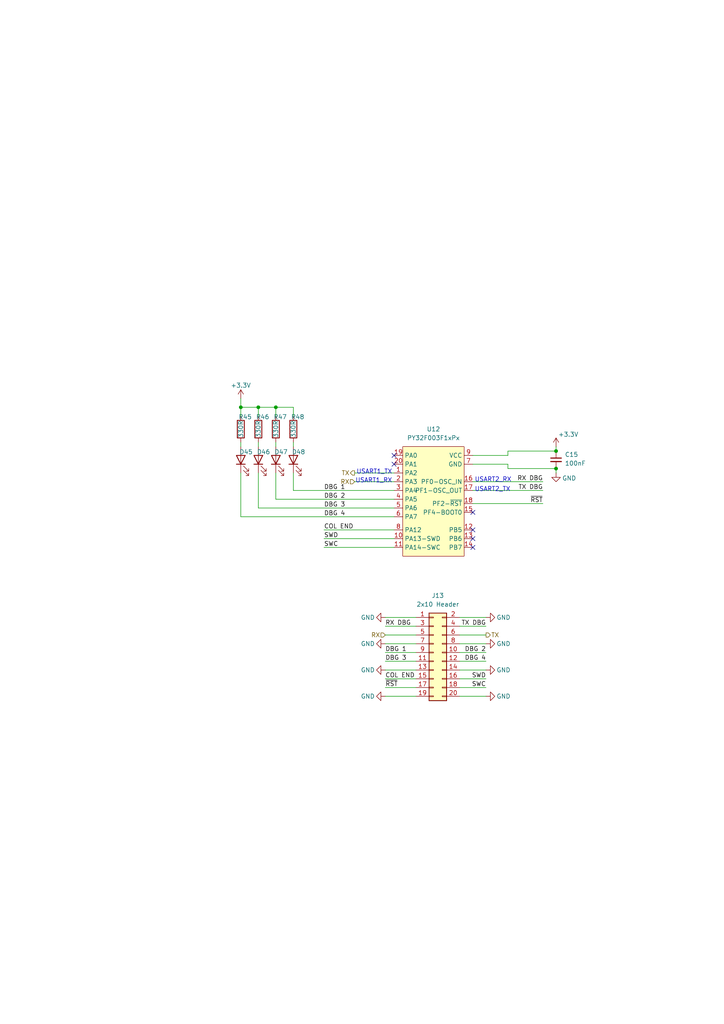
<source format=kicad_sch>
(kicad_sch
	(version 20231120)
	(generator "eeschema")
	(generator_version "8.0")
	(uuid "e771becf-edce-41c8-974b-898d68cf01d1")
	(paper "A4" portrait)
	(title_block
		(title "Chain Com Test Node")
		(date "${DATA}")
		(rev "1.0.0")
		(company "OpenFlap")
		(comment 1 "${GIT_TAG}")
		(comment 2 "Repo: github.com/ToonVanEyck/OpenFlap")
		(comment 3 "Designer: Toon Van Eyck")
	)
	(lib_symbols
		(symbol "Connector_Generic:Conn_02x10_Odd_Even"
			(pin_names
				(offset 1.016) hide)
			(exclude_from_sim no)
			(in_bom yes)
			(on_board yes)
			(property "Reference" "J"
				(at 1.27 12.7 0)
				(effects
					(font
						(size 1.27 1.27)
					)
				)
			)
			(property "Value" "Conn_02x10_Odd_Even"
				(at 1.27 -15.24 0)
				(effects
					(font
						(size 1.27 1.27)
					)
				)
			)
			(property "Footprint" ""
				(at 0 0 0)
				(effects
					(font
						(size 1.27 1.27)
					)
					(hide yes)
				)
			)
			(property "Datasheet" "~"
				(at 0 0 0)
				(effects
					(font
						(size 1.27 1.27)
					)
					(hide yes)
				)
			)
			(property "Description" "Generic connector, double row, 02x10, odd/even pin numbering scheme (row 1 odd numbers, row 2 even numbers), script generated (kicad-library-utils/schlib/autogen/connector/)"
				(at 0 0 0)
				(effects
					(font
						(size 1.27 1.27)
					)
					(hide yes)
				)
			)
			(property "ki_keywords" "connector"
				(at 0 0 0)
				(effects
					(font
						(size 1.27 1.27)
					)
					(hide yes)
				)
			)
			(property "ki_fp_filters" "Connector*:*_2x??_*"
				(at 0 0 0)
				(effects
					(font
						(size 1.27 1.27)
					)
					(hide yes)
				)
			)
			(symbol "Conn_02x10_Odd_Even_1_1"
				(rectangle
					(start -1.27 -12.573)
					(end 0 -12.827)
					(stroke
						(width 0.1524)
						(type default)
					)
					(fill
						(type none)
					)
				)
				(rectangle
					(start -1.27 -10.033)
					(end 0 -10.287)
					(stroke
						(width 0.1524)
						(type default)
					)
					(fill
						(type none)
					)
				)
				(rectangle
					(start -1.27 -7.493)
					(end 0 -7.747)
					(stroke
						(width 0.1524)
						(type default)
					)
					(fill
						(type none)
					)
				)
				(rectangle
					(start -1.27 -4.953)
					(end 0 -5.207)
					(stroke
						(width 0.1524)
						(type default)
					)
					(fill
						(type none)
					)
				)
				(rectangle
					(start -1.27 -2.413)
					(end 0 -2.667)
					(stroke
						(width 0.1524)
						(type default)
					)
					(fill
						(type none)
					)
				)
				(rectangle
					(start -1.27 0.127)
					(end 0 -0.127)
					(stroke
						(width 0.1524)
						(type default)
					)
					(fill
						(type none)
					)
				)
				(rectangle
					(start -1.27 2.667)
					(end 0 2.413)
					(stroke
						(width 0.1524)
						(type default)
					)
					(fill
						(type none)
					)
				)
				(rectangle
					(start -1.27 5.207)
					(end 0 4.953)
					(stroke
						(width 0.1524)
						(type default)
					)
					(fill
						(type none)
					)
				)
				(rectangle
					(start -1.27 7.747)
					(end 0 7.493)
					(stroke
						(width 0.1524)
						(type default)
					)
					(fill
						(type none)
					)
				)
				(rectangle
					(start -1.27 10.287)
					(end 0 10.033)
					(stroke
						(width 0.1524)
						(type default)
					)
					(fill
						(type none)
					)
				)
				(rectangle
					(start -1.27 11.43)
					(end 3.81 -13.97)
					(stroke
						(width 0.254)
						(type default)
					)
					(fill
						(type background)
					)
				)
				(rectangle
					(start 3.81 -12.573)
					(end 2.54 -12.827)
					(stroke
						(width 0.1524)
						(type default)
					)
					(fill
						(type none)
					)
				)
				(rectangle
					(start 3.81 -10.033)
					(end 2.54 -10.287)
					(stroke
						(width 0.1524)
						(type default)
					)
					(fill
						(type none)
					)
				)
				(rectangle
					(start 3.81 -7.493)
					(end 2.54 -7.747)
					(stroke
						(width 0.1524)
						(type default)
					)
					(fill
						(type none)
					)
				)
				(rectangle
					(start 3.81 -4.953)
					(end 2.54 -5.207)
					(stroke
						(width 0.1524)
						(type default)
					)
					(fill
						(type none)
					)
				)
				(rectangle
					(start 3.81 -2.413)
					(end 2.54 -2.667)
					(stroke
						(width 0.1524)
						(type default)
					)
					(fill
						(type none)
					)
				)
				(rectangle
					(start 3.81 0.127)
					(end 2.54 -0.127)
					(stroke
						(width 0.1524)
						(type default)
					)
					(fill
						(type none)
					)
				)
				(rectangle
					(start 3.81 2.667)
					(end 2.54 2.413)
					(stroke
						(width 0.1524)
						(type default)
					)
					(fill
						(type none)
					)
				)
				(rectangle
					(start 3.81 5.207)
					(end 2.54 4.953)
					(stroke
						(width 0.1524)
						(type default)
					)
					(fill
						(type none)
					)
				)
				(rectangle
					(start 3.81 7.747)
					(end 2.54 7.493)
					(stroke
						(width 0.1524)
						(type default)
					)
					(fill
						(type none)
					)
				)
				(rectangle
					(start 3.81 10.287)
					(end 2.54 10.033)
					(stroke
						(width 0.1524)
						(type default)
					)
					(fill
						(type none)
					)
				)
				(pin passive line
					(at -5.08 10.16 0)
					(length 3.81)
					(name "Pin_1"
						(effects
							(font
								(size 1.27 1.27)
							)
						)
					)
					(number "1"
						(effects
							(font
								(size 1.27 1.27)
							)
						)
					)
				)
				(pin passive line
					(at 7.62 0 180)
					(length 3.81)
					(name "Pin_10"
						(effects
							(font
								(size 1.27 1.27)
							)
						)
					)
					(number "10"
						(effects
							(font
								(size 1.27 1.27)
							)
						)
					)
				)
				(pin passive line
					(at -5.08 -2.54 0)
					(length 3.81)
					(name "Pin_11"
						(effects
							(font
								(size 1.27 1.27)
							)
						)
					)
					(number "11"
						(effects
							(font
								(size 1.27 1.27)
							)
						)
					)
				)
				(pin passive line
					(at 7.62 -2.54 180)
					(length 3.81)
					(name "Pin_12"
						(effects
							(font
								(size 1.27 1.27)
							)
						)
					)
					(number "12"
						(effects
							(font
								(size 1.27 1.27)
							)
						)
					)
				)
				(pin passive line
					(at -5.08 -5.08 0)
					(length 3.81)
					(name "Pin_13"
						(effects
							(font
								(size 1.27 1.27)
							)
						)
					)
					(number "13"
						(effects
							(font
								(size 1.27 1.27)
							)
						)
					)
				)
				(pin passive line
					(at 7.62 -5.08 180)
					(length 3.81)
					(name "Pin_14"
						(effects
							(font
								(size 1.27 1.27)
							)
						)
					)
					(number "14"
						(effects
							(font
								(size 1.27 1.27)
							)
						)
					)
				)
				(pin passive line
					(at -5.08 -7.62 0)
					(length 3.81)
					(name "Pin_15"
						(effects
							(font
								(size 1.27 1.27)
							)
						)
					)
					(number "15"
						(effects
							(font
								(size 1.27 1.27)
							)
						)
					)
				)
				(pin passive line
					(at 7.62 -7.62 180)
					(length 3.81)
					(name "Pin_16"
						(effects
							(font
								(size 1.27 1.27)
							)
						)
					)
					(number "16"
						(effects
							(font
								(size 1.27 1.27)
							)
						)
					)
				)
				(pin passive line
					(at -5.08 -10.16 0)
					(length 3.81)
					(name "Pin_17"
						(effects
							(font
								(size 1.27 1.27)
							)
						)
					)
					(number "17"
						(effects
							(font
								(size 1.27 1.27)
							)
						)
					)
				)
				(pin passive line
					(at 7.62 -10.16 180)
					(length 3.81)
					(name "Pin_18"
						(effects
							(font
								(size 1.27 1.27)
							)
						)
					)
					(number "18"
						(effects
							(font
								(size 1.27 1.27)
							)
						)
					)
				)
				(pin passive line
					(at -5.08 -12.7 0)
					(length 3.81)
					(name "Pin_19"
						(effects
							(font
								(size 1.27 1.27)
							)
						)
					)
					(number "19"
						(effects
							(font
								(size 1.27 1.27)
							)
						)
					)
				)
				(pin passive line
					(at 7.62 10.16 180)
					(length 3.81)
					(name "Pin_2"
						(effects
							(font
								(size 1.27 1.27)
							)
						)
					)
					(number "2"
						(effects
							(font
								(size 1.27 1.27)
							)
						)
					)
				)
				(pin passive line
					(at 7.62 -12.7 180)
					(length 3.81)
					(name "Pin_20"
						(effects
							(font
								(size 1.27 1.27)
							)
						)
					)
					(number "20"
						(effects
							(font
								(size 1.27 1.27)
							)
						)
					)
				)
				(pin passive line
					(at -5.08 7.62 0)
					(length 3.81)
					(name "Pin_3"
						(effects
							(font
								(size 1.27 1.27)
							)
						)
					)
					(number "3"
						(effects
							(font
								(size 1.27 1.27)
							)
						)
					)
				)
				(pin passive line
					(at 7.62 7.62 180)
					(length 3.81)
					(name "Pin_4"
						(effects
							(font
								(size 1.27 1.27)
							)
						)
					)
					(number "4"
						(effects
							(font
								(size 1.27 1.27)
							)
						)
					)
				)
				(pin passive line
					(at -5.08 5.08 0)
					(length 3.81)
					(name "Pin_5"
						(effects
							(font
								(size 1.27 1.27)
							)
						)
					)
					(number "5"
						(effects
							(font
								(size 1.27 1.27)
							)
						)
					)
				)
				(pin passive line
					(at 7.62 5.08 180)
					(length 3.81)
					(name "Pin_6"
						(effects
							(font
								(size 1.27 1.27)
							)
						)
					)
					(number "6"
						(effects
							(font
								(size 1.27 1.27)
							)
						)
					)
				)
				(pin passive line
					(at -5.08 2.54 0)
					(length 3.81)
					(name "Pin_7"
						(effects
							(font
								(size 1.27 1.27)
							)
						)
					)
					(number "7"
						(effects
							(font
								(size 1.27 1.27)
							)
						)
					)
				)
				(pin passive line
					(at 7.62 2.54 180)
					(length 3.81)
					(name "Pin_8"
						(effects
							(font
								(size 1.27 1.27)
							)
						)
					)
					(number "8"
						(effects
							(font
								(size 1.27 1.27)
							)
						)
					)
				)
				(pin passive line
					(at -5.08 0 0)
					(length 3.81)
					(name "Pin_9"
						(effects
							(font
								(size 1.27 1.27)
							)
						)
					)
					(number "9"
						(effects
							(font
								(size 1.27 1.27)
							)
						)
					)
				)
			)
		)
		(symbol "Device:C_Small"
			(pin_numbers hide)
			(pin_names
				(offset 0.254) hide)
			(exclude_from_sim no)
			(in_bom yes)
			(on_board yes)
			(property "Reference" "C"
				(at 0.254 1.778 0)
				(effects
					(font
						(size 1.27 1.27)
					)
					(justify left)
				)
			)
			(property "Value" "C_Small"
				(at 0.254 -2.032 0)
				(effects
					(font
						(size 1.27 1.27)
					)
					(justify left)
				)
			)
			(property "Footprint" ""
				(at 0 0 0)
				(effects
					(font
						(size 1.27 1.27)
					)
					(hide yes)
				)
			)
			(property "Datasheet" "~"
				(at 0 0 0)
				(effects
					(font
						(size 1.27 1.27)
					)
					(hide yes)
				)
			)
			(property "Description" "Unpolarized capacitor, small symbol"
				(at 0 0 0)
				(effects
					(font
						(size 1.27 1.27)
					)
					(hide yes)
				)
			)
			(property "ki_keywords" "capacitor cap"
				(at 0 0 0)
				(effects
					(font
						(size 1.27 1.27)
					)
					(hide yes)
				)
			)
			(property "ki_fp_filters" "C_*"
				(at 0 0 0)
				(effects
					(font
						(size 1.27 1.27)
					)
					(hide yes)
				)
			)
			(symbol "C_Small_0_1"
				(polyline
					(pts
						(xy -1.524 -0.508) (xy 1.524 -0.508)
					)
					(stroke
						(width 0.3302)
						(type default)
					)
					(fill
						(type none)
					)
				)
				(polyline
					(pts
						(xy -1.524 0.508) (xy 1.524 0.508)
					)
					(stroke
						(width 0.3048)
						(type default)
					)
					(fill
						(type none)
					)
				)
			)
			(symbol "C_Small_1_1"
				(pin passive line
					(at 0 2.54 270)
					(length 2.032)
					(name "~"
						(effects
							(font
								(size 1.27 1.27)
							)
						)
					)
					(number "1"
						(effects
							(font
								(size 1.27 1.27)
							)
						)
					)
				)
				(pin passive line
					(at 0 -2.54 90)
					(length 2.032)
					(name "~"
						(effects
							(font
								(size 1.27 1.27)
							)
						)
					)
					(number "2"
						(effects
							(font
								(size 1.27 1.27)
							)
						)
					)
				)
			)
		)
		(symbol "Device:LED"
			(pin_numbers hide)
			(pin_names
				(offset 1.016) hide)
			(exclude_from_sim no)
			(in_bom yes)
			(on_board yes)
			(property "Reference" "D"
				(at 0 2.54 0)
				(effects
					(font
						(size 1.27 1.27)
					)
				)
			)
			(property "Value" "LED"
				(at 0 -2.54 0)
				(effects
					(font
						(size 1.27 1.27)
					)
				)
			)
			(property "Footprint" ""
				(at 0 0 0)
				(effects
					(font
						(size 1.27 1.27)
					)
					(hide yes)
				)
			)
			(property "Datasheet" "~"
				(at 0 0 0)
				(effects
					(font
						(size 1.27 1.27)
					)
					(hide yes)
				)
			)
			(property "Description" "Light emitting diode"
				(at 0 0 0)
				(effects
					(font
						(size 1.27 1.27)
					)
					(hide yes)
				)
			)
			(property "ki_keywords" "LED diode"
				(at 0 0 0)
				(effects
					(font
						(size 1.27 1.27)
					)
					(hide yes)
				)
			)
			(property "ki_fp_filters" "LED* LED_SMD:* LED_THT:*"
				(at 0 0 0)
				(effects
					(font
						(size 1.27 1.27)
					)
					(hide yes)
				)
			)
			(symbol "LED_0_1"
				(polyline
					(pts
						(xy -1.27 -1.27) (xy -1.27 1.27)
					)
					(stroke
						(width 0.254)
						(type default)
					)
					(fill
						(type none)
					)
				)
				(polyline
					(pts
						(xy -1.27 0) (xy 1.27 0)
					)
					(stroke
						(width 0)
						(type default)
					)
					(fill
						(type none)
					)
				)
				(polyline
					(pts
						(xy 1.27 -1.27) (xy 1.27 1.27) (xy -1.27 0) (xy 1.27 -1.27)
					)
					(stroke
						(width 0.254)
						(type default)
					)
					(fill
						(type none)
					)
				)
				(polyline
					(pts
						(xy -3.048 -0.762) (xy -4.572 -2.286) (xy -3.81 -2.286) (xy -4.572 -2.286) (xy -4.572 -1.524)
					)
					(stroke
						(width 0)
						(type default)
					)
					(fill
						(type none)
					)
				)
				(polyline
					(pts
						(xy -1.778 -0.762) (xy -3.302 -2.286) (xy -2.54 -2.286) (xy -3.302 -2.286) (xy -3.302 -1.524)
					)
					(stroke
						(width 0)
						(type default)
					)
					(fill
						(type none)
					)
				)
			)
			(symbol "LED_1_1"
				(pin passive line
					(at -3.81 0 0)
					(length 2.54)
					(name "K"
						(effects
							(font
								(size 1.27 1.27)
							)
						)
					)
					(number "1"
						(effects
							(font
								(size 1.27 1.27)
							)
						)
					)
				)
				(pin passive line
					(at 3.81 0 180)
					(length 2.54)
					(name "A"
						(effects
							(font
								(size 1.27 1.27)
							)
						)
					)
					(number "2"
						(effects
							(font
								(size 1.27 1.27)
							)
						)
					)
				)
			)
		)
		(symbol "Device:R"
			(pin_numbers hide)
			(pin_names
				(offset 0)
			)
			(exclude_from_sim no)
			(in_bom yes)
			(on_board yes)
			(property "Reference" "R"
				(at 2.032 0 90)
				(effects
					(font
						(size 1.27 1.27)
					)
				)
			)
			(property "Value" "R"
				(at 0 0 90)
				(effects
					(font
						(size 1.27 1.27)
					)
				)
			)
			(property "Footprint" ""
				(at -1.778 0 90)
				(effects
					(font
						(size 1.27 1.27)
					)
					(hide yes)
				)
			)
			(property "Datasheet" "~"
				(at 0 0 0)
				(effects
					(font
						(size 1.27 1.27)
					)
					(hide yes)
				)
			)
			(property "Description" "Resistor"
				(at 0 0 0)
				(effects
					(font
						(size 1.27 1.27)
					)
					(hide yes)
				)
			)
			(property "ki_keywords" "R res resistor"
				(at 0 0 0)
				(effects
					(font
						(size 1.27 1.27)
					)
					(hide yes)
				)
			)
			(property "ki_fp_filters" "R_*"
				(at 0 0 0)
				(effects
					(font
						(size 1.27 1.27)
					)
					(hide yes)
				)
			)
			(symbol "R_0_1"
				(rectangle
					(start -1.016 -2.54)
					(end 1.016 2.54)
					(stroke
						(width 0.254)
						(type default)
					)
					(fill
						(type none)
					)
				)
			)
			(symbol "R_1_1"
				(pin passive line
					(at 0 3.81 270)
					(length 1.27)
					(name "~"
						(effects
							(font
								(size 1.27 1.27)
							)
						)
					)
					(number "1"
						(effects
							(font
								(size 1.27 1.27)
							)
						)
					)
				)
				(pin passive line
					(at 0 -3.81 90)
					(length 1.27)
					(name "~"
						(effects
							(font
								(size 1.27 1.27)
							)
						)
					)
					(number "2"
						(effects
							(font
								(size 1.27 1.27)
							)
						)
					)
				)
			)
		)
		(symbol "power:+3.3V"
			(power)
			(pin_numbers hide)
			(pin_names
				(offset 0) hide)
			(exclude_from_sim no)
			(in_bom yes)
			(on_board yes)
			(property "Reference" "#PWR"
				(at 0 -3.81 0)
				(effects
					(font
						(size 1.27 1.27)
					)
					(hide yes)
				)
			)
			(property "Value" "+3.3V"
				(at 0 3.556 0)
				(effects
					(font
						(size 1.27 1.27)
					)
				)
			)
			(property "Footprint" ""
				(at 0 0 0)
				(effects
					(font
						(size 1.27 1.27)
					)
					(hide yes)
				)
			)
			(property "Datasheet" ""
				(at 0 0 0)
				(effects
					(font
						(size 1.27 1.27)
					)
					(hide yes)
				)
			)
			(property "Description" "Power symbol creates a global label with name \"+3.3V\""
				(at 0 0 0)
				(effects
					(font
						(size 1.27 1.27)
					)
					(hide yes)
				)
			)
			(property "ki_keywords" "global power"
				(at 0 0 0)
				(effects
					(font
						(size 1.27 1.27)
					)
					(hide yes)
				)
			)
			(symbol "+3.3V_0_1"
				(polyline
					(pts
						(xy -0.762 1.27) (xy 0 2.54)
					)
					(stroke
						(width 0)
						(type default)
					)
					(fill
						(type none)
					)
				)
				(polyline
					(pts
						(xy 0 0) (xy 0 2.54)
					)
					(stroke
						(width 0)
						(type default)
					)
					(fill
						(type none)
					)
				)
				(polyline
					(pts
						(xy 0 2.54) (xy 0.762 1.27)
					)
					(stroke
						(width 0)
						(type default)
					)
					(fill
						(type none)
					)
				)
			)
			(symbol "+3.3V_1_1"
				(pin power_in line
					(at 0 0 90)
					(length 0)
					(name "~"
						(effects
							(font
								(size 1.27 1.27)
							)
						)
					)
					(number "1"
						(effects
							(font
								(size 1.27 1.27)
							)
						)
					)
				)
			)
		)
		(symbol "power:GND"
			(power)
			(pin_numbers hide)
			(pin_names
				(offset 0) hide)
			(exclude_from_sim no)
			(in_bom yes)
			(on_board yes)
			(property "Reference" "#PWR"
				(at 0 -6.35 0)
				(effects
					(font
						(size 1.27 1.27)
					)
					(hide yes)
				)
			)
			(property "Value" "GND"
				(at 0 -3.81 0)
				(effects
					(font
						(size 1.27 1.27)
					)
				)
			)
			(property "Footprint" ""
				(at 0 0 0)
				(effects
					(font
						(size 1.27 1.27)
					)
					(hide yes)
				)
			)
			(property "Datasheet" ""
				(at 0 0 0)
				(effects
					(font
						(size 1.27 1.27)
					)
					(hide yes)
				)
			)
			(property "Description" "Power symbol creates a global label with name \"GND\" , ground"
				(at 0 0 0)
				(effects
					(font
						(size 1.27 1.27)
					)
					(hide yes)
				)
			)
			(property "ki_keywords" "global power"
				(at 0 0 0)
				(effects
					(font
						(size 1.27 1.27)
					)
					(hide yes)
				)
			)
			(symbol "GND_0_1"
				(polyline
					(pts
						(xy 0 0) (xy 0 -1.27) (xy 1.27 -1.27) (xy 0 -2.54) (xy -1.27 -1.27) (xy 0 -1.27)
					)
					(stroke
						(width 0)
						(type default)
					)
					(fill
						(type none)
					)
				)
			)
			(symbol "GND_1_1"
				(pin power_in line
					(at 0 0 270)
					(length 0)
					(name "~"
						(effects
							(font
								(size 1.27 1.27)
							)
						)
					)
					(number "1"
						(effects
							(font
								(size 1.27 1.27)
							)
						)
					)
				)
			)
		)
		(symbol "puya:PY32F003F1xPx"
			(exclude_from_sim no)
			(in_bom yes)
			(on_board yes)
			(property "Reference" "U"
				(at -7.62 16.256 0)
				(effects
					(font
						(size 1.27 1.27)
					)
				)
			)
			(property "Value" "PY32F003F1xPx"
				(at 7.366 16.256 0)
				(effects
					(font
						(size 1.27 1.27)
					)
				)
			)
			(property "Footprint" "Package_SO:TSSOP-20_4.4x6.5mm_P0.65mm"
				(at 0 0 0)
				(effects
					(font
						(size 1.27 1.27)
					)
					(hide yes)
				)
			)
			(property "Datasheet" ""
				(at 0 0 0)
				(effects
					(font
						(size 1.27 1.27)
					)
					(hide yes)
				)
			)
			(property "Description" ""
				(at 0 0 0)
				(effects
					(font
						(size 1.27 1.27)
					)
					(hide yes)
				)
			)
			(symbol "PY32F003F1xPx_0_1"
				(rectangle
					(start -8.89 15.24)
					(end 8.89 -16.51)
					(stroke
						(width 0)
						(type default)
					)
					(fill
						(type background)
					)
				)
			)
			(symbol "PY32F003F1xPx_1_1"
				(pin bidirectional line
					(at -11.43 7.62 0)
					(length 2.54)
					(name "PA2"
						(effects
							(font
								(size 1.27 1.27)
							)
						)
					)
					(number "1"
						(effects
							(font
								(size 1.27 1.27)
							)
						)
					)
				)
				(pin bidirectional line
					(at -11.43 -11.43 0)
					(length 2.54)
					(name "PA13-SWD"
						(effects
							(font
								(size 1.27 1.27)
							)
						)
					)
					(number "10"
						(effects
							(font
								(size 1.27 1.27)
							)
						)
					)
				)
				(pin bidirectional line
					(at -11.43 -13.97 0)
					(length 2.54)
					(name "PA14-SWC"
						(effects
							(font
								(size 1.27 1.27)
							)
						)
					)
					(number "11"
						(effects
							(font
								(size 1.27 1.27)
							)
						)
					)
				)
				(pin bidirectional line
					(at 11.43 -8.89 180)
					(length 2.54)
					(name "PB5"
						(effects
							(font
								(size 1.27 1.27)
							)
						)
					)
					(number "12"
						(effects
							(font
								(size 1.27 1.27)
							)
						)
					)
				)
				(pin bidirectional line
					(at 11.43 -11.43 180)
					(length 2.54)
					(name "PB6"
						(effects
							(font
								(size 1.27 1.27)
							)
						)
					)
					(number "13"
						(effects
							(font
								(size 1.27 1.27)
							)
						)
					)
				)
				(pin bidirectional line
					(at 11.43 -13.97 180)
					(length 2.54)
					(name "PB7"
						(effects
							(font
								(size 1.27 1.27)
							)
						)
					)
					(number "14"
						(effects
							(font
								(size 1.27 1.27)
							)
						)
					)
				)
				(pin bidirectional line
					(at 11.43 -3.81 180)
					(length 2.54)
					(name "PF4-BOOT0"
						(effects
							(font
								(size 1.27 1.27)
							)
						)
					)
					(number "15"
						(effects
							(font
								(size 1.27 1.27)
							)
						)
					)
				)
				(pin bidirectional line
					(at 11.43 5.08 180)
					(length 2.54)
					(name "PF0-OSC_IN"
						(effects
							(font
								(size 1.27 1.27)
							)
						)
					)
					(number "16"
						(effects
							(font
								(size 1.27 1.27)
							)
						)
					)
				)
				(pin bidirectional line
					(at 11.43 2.54 180)
					(length 2.54)
					(name "PF1-OSC_OUT"
						(effects
							(font
								(size 1.27 1.27)
							)
						)
					)
					(number "17"
						(effects
							(font
								(size 1.27 1.27)
							)
						)
					)
				)
				(pin bidirectional line
					(at 11.43 -1.27 180)
					(length 2.54)
					(name "PF2-~{RST}"
						(effects
							(font
								(size 1.27 1.27)
							)
						)
					)
					(number "18"
						(effects
							(font
								(size 1.27 1.27)
							)
						)
					)
				)
				(pin bidirectional line
					(at -11.43 12.7 0)
					(length 2.54)
					(name "PA0"
						(effects
							(font
								(size 1.27 1.27)
							)
						)
					)
					(number "19"
						(effects
							(font
								(size 1.27 1.27)
							)
						)
					)
				)
				(pin bidirectional line
					(at -11.43 5.08 0)
					(length 2.54)
					(name "PA3"
						(effects
							(font
								(size 1.27 1.27)
							)
						)
					)
					(number "2"
						(effects
							(font
								(size 1.27 1.27)
							)
						)
					)
				)
				(pin bidirectional line
					(at -11.43 10.16 0)
					(length 2.54)
					(name "PA1"
						(effects
							(font
								(size 1.27 1.27)
							)
						)
					)
					(number "20"
						(effects
							(font
								(size 1.27 1.27)
							)
						)
					)
				)
				(pin bidirectional line
					(at -11.43 2.54 0)
					(length 2.54)
					(name "PA4"
						(effects
							(font
								(size 1.27 1.27)
							)
						)
					)
					(number "3"
						(effects
							(font
								(size 1.27 1.27)
							)
						)
					)
				)
				(pin bidirectional line
					(at -11.43 0 0)
					(length 2.54)
					(name "PA5"
						(effects
							(font
								(size 1.27 1.27)
							)
						)
					)
					(number "4"
						(effects
							(font
								(size 1.27 1.27)
							)
						)
					)
				)
				(pin bidirectional line
					(at -11.43 -2.54 0)
					(length 2.54)
					(name "PA6"
						(effects
							(font
								(size 1.27 1.27)
							)
						)
					)
					(number "5"
						(effects
							(font
								(size 1.27 1.27)
							)
						)
					)
				)
				(pin bidirectional line
					(at -11.43 -5.08 0)
					(length 2.54)
					(name "PA7"
						(effects
							(font
								(size 1.27 1.27)
							)
						)
					)
					(number "6"
						(effects
							(font
								(size 1.27 1.27)
							)
						)
					)
				)
				(pin power_in line
					(at 11.43 10.16 180)
					(length 2.54)
					(name "GND"
						(effects
							(font
								(size 1.27 1.27)
							)
						)
					)
					(number "7"
						(effects
							(font
								(size 1.27 1.27)
							)
						)
					)
				)
				(pin bidirectional line
					(at -11.43 -8.89 0)
					(length 2.54)
					(name "PA12"
						(effects
							(font
								(size 1.27 1.27)
							)
						)
					)
					(number "8"
						(effects
							(font
								(size 1.27 1.27)
							)
						)
					)
				)
				(pin power_in line
					(at 11.43 12.7 180)
					(length 2.54)
					(name "VCC"
						(effects
							(font
								(size 1.27 1.27)
							)
						)
					)
					(number "9"
						(effects
							(font
								(size 1.27 1.27)
							)
						)
					)
				)
			)
		)
	)
	(junction
		(at 161.29 130.81)
		(diameter 0)
		(color 0 0 0 0)
		(uuid "43054de2-a463-490e-a232-0fb77dcf4f82")
	)
	(junction
		(at 74.93 118.11)
		(diameter 0)
		(color 0 0 0 0)
		(uuid "63b46235-0478-4e0d-9a62-b29ff16e1196")
	)
	(junction
		(at 80.01 118.11)
		(diameter 0)
		(color 0 0 0 0)
		(uuid "839b5e6d-c4d6-4f56-a8b1-073bd836cc06")
	)
	(junction
		(at 69.85 118.11)
		(diameter 0)
		(color 0 0 0 0)
		(uuid "bd03bb63-dd90-4819-b4d0-08621261a47f")
	)
	(junction
		(at 161.29 135.89)
		(diameter 0)
		(color 0 0 0 0)
		(uuid "c41d9d51-34c3-4860-99b2-0102db0752e1")
	)
	(no_connect
		(at 114.3 134.62)
		(uuid "40f8497f-18d0-4dc5-8afc-2e83ffc9e98f")
	)
	(no_connect
		(at 137.16 158.75)
		(uuid "4fddf2ec-9bb4-4c87-9dff-561dec3a0b25")
	)
	(no_connect
		(at 137.16 148.59)
		(uuid "6eb92a55-b1bf-49be-8e5a-02f6970d288f")
	)
	(no_connect
		(at 114.3 132.08)
		(uuid "8262e67e-0035-4c1d-90e9-ec1f4821a020")
	)
	(no_connect
		(at 137.16 153.67)
		(uuid "94669546-bdce-461c-b9cd-8df1ff7e3456")
	)
	(no_connect
		(at 137.16 156.21)
		(uuid "decfc287-fd8c-4947-abe0-5313231f6de1")
	)
	(wire
		(pts
			(xy 74.93 128.27) (xy 74.93 129.54)
		)
		(stroke
			(width 0)
			(type default)
		)
		(uuid "004ff0f6-d66c-4374-9e53-b9db56a4c7db")
	)
	(wire
		(pts
			(xy 80.01 128.27) (xy 80.01 129.54)
		)
		(stroke
			(width 0)
			(type default)
		)
		(uuid "00764280-dd6c-44fb-a414-c21871c37713")
	)
	(wire
		(pts
			(xy 133.35 196.85) (xy 140.97 196.85)
		)
		(stroke
			(width 0)
			(type default)
		)
		(uuid "04fe041c-d573-40d4-bed3-3290624d93ba")
	)
	(wire
		(pts
			(xy 137.16 132.08) (xy 147.32 132.08)
		)
		(stroke
			(width 0)
			(type default)
		)
		(uuid "09331023-6bb9-44f3-af63-f644f19308be")
	)
	(wire
		(pts
			(xy 111.76 196.85) (xy 120.65 196.85)
		)
		(stroke
			(width 0)
			(type default)
		)
		(uuid "0ab2f080-0889-4f70-86aa-a6d59eb08ab5")
	)
	(wire
		(pts
			(xy 133.35 199.39) (xy 140.97 199.39)
		)
		(stroke
			(width 0)
			(type default)
		)
		(uuid "0b038321-e363-4758-b92b-a3e24e7e2453")
	)
	(wire
		(pts
			(xy 80.01 144.78) (xy 80.01 137.16)
		)
		(stroke
			(width 0)
			(type default)
		)
		(uuid "0cc226a5-7814-4414-bd5e-ad957d906dfd")
	)
	(wire
		(pts
			(xy 69.85 137.16) (xy 69.85 149.86)
		)
		(stroke
			(width 0)
			(type default)
		)
		(uuid "111aeeb8-97da-415c-8e52-839f352b2102")
	)
	(wire
		(pts
			(xy 69.85 128.27) (xy 69.85 129.54)
		)
		(stroke
			(width 0)
			(type default)
		)
		(uuid "14cdf413-43ad-4281-9f57-fec936f41970")
	)
	(wire
		(pts
			(xy 93.98 153.67) (xy 114.3 153.67)
		)
		(stroke
			(width 0)
			(type default)
		)
		(uuid "19e6ffe0-6d9c-46ad-baa4-42e4cf54e8c7")
	)
	(wire
		(pts
			(xy 85.09 142.24) (xy 85.09 137.16)
		)
		(stroke
			(width 0)
			(type default)
		)
		(uuid "2479b2d4-8aec-4d04-ade5-7586d3e95de1")
	)
	(wire
		(pts
			(xy 147.32 132.08) (xy 147.32 130.81)
		)
		(stroke
			(width 0)
			(type default)
		)
		(uuid "26c212dc-7e89-4e3f-9083-6f1b9f52e316")
	)
	(wire
		(pts
			(xy 74.93 137.16) (xy 74.93 147.32)
		)
		(stroke
			(width 0)
			(type default)
		)
		(uuid "2ebd612c-7115-436f-9b68-7eb829829ad6")
	)
	(wire
		(pts
			(xy 133.35 179.07) (xy 140.97 179.07)
		)
		(stroke
			(width 0)
			(type default)
		)
		(uuid "35caec17-b6c3-4b40-a490-89605e352fda")
	)
	(wire
		(pts
			(xy 133.35 194.31) (xy 140.97 194.31)
		)
		(stroke
			(width 0)
			(type default)
		)
		(uuid "3cc97c4d-cbc2-463d-9270-b751727a3e6d")
	)
	(wire
		(pts
			(xy 147.32 134.62) (xy 147.32 135.89)
		)
		(stroke
			(width 0)
			(type default)
		)
		(uuid "424b5e33-e84c-46f3-ba0e-b06da7c34016")
	)
	(wire
		(pts
			(xy 93.98 156.21) (xy 114.3 156.21)
		)
		(stroke
			(width 0)
			(type default)
		)
		(uuid "4d61e5b5-b44b-4973-a8d1-a0fffaf43364")
	)
	(wire
		(pts
			(xy 111.76 189.23) (xy 120.65 189.23)
		)
		(stroke
			(width 0)
			(type default)
		)
		(uuid "4f3e7700-2589-4991-9f23-5412e634b1e3")
	)
	(wire
		(pts
			(xy 133.35 184.15) (xy 140.97 184.15)
		)
		(stroke
			(width 0)
			(type default)
		)
		(uuid "523df7d3-018f-49b0-8e67-f1962df87adf")
	)
	(wire
		(pts
			(xy 111.76 201.93) (xy 120.65 201.93)
		)
		(stroke
			(width 0)
			(type default)
		)
		(uuid "57d0837b-c240-4640-91f3-3d80e5b0617e")
	)
	(wire
		(pts
			(xy 80.01 118.11) (xy 80.01 120.65)
		)
		(stroke
			(width 0)
			(type default)
		)
		(uuid "5f8ae72e-4af4-403c-b0c1-997d3d285e06")
	)
	(wire
		(pts
			(xy 161.29 129.54) (xy 161.29 130.81)
		)
		(stroke
			(width 0)
			(type default)
		)
		(uuid "61397e57-83d6-4156-a4ef-ed55f1be9d0b")
	)
	(wire
		(pts
			(xy 80.01 144.78) (xy 114.3 144.78)
		)
		(stroke
			(width 0)
			(type default)
		)
		(uuid "65c49516-71a4-4149-a47f-40c8c741f993")
	)
	(wire
		(pts
			(xy 133.35 201.93) (xy 140.97 201.93)
		)
		(stroke
			(width 0)
			(type default)
		)
		(uuid "6aa5572a-49b9-4ad0-8add-32bea1fdc1e6")
	)
	(wire
		(pts
			(xy 111.76 186.69) (xy 120.65 186.69)
		)
		(stroke
			(width 0)
			(type default)
		)
		(uuid "7544759e-e25d-4a46-8b1c-299304dfc3da")
	)
	(wire
		(pts
			(xy 133.35 191.77) (xy 140.97 191.77)
		)
		(stroke
			(width 0)
			(type default)
		)
		(uuid "79499d59-011c-4238-8937-454187e75212")
	)
	(wire
		(pts
			(xy 137.16 142.24) (xy 157.48 142.24)
		)
		(stroke
			(width 0)
			(type default)
		)
		(uuid "7f7311bf-9977-40a7-9803-c6227f562e9f")
	)
	(wire
		(pts
			(xy 85.09 118.11) (xy 85.09 120.65)
		)
		(stroke
			(width 0)
			(type default)
		)
		(uuid "8214f0d5-4325-42a7-9ca0-3f7dab2a1894")
	)
	(wire
		(pts
			(xy 111.76 181.61) (xy 120.65 181.61)
		)
		(stroke
			(width 0)
			(type default)
		)
		(uuid "87c3c064-3456-4bbf-9a1c-661af9281daa")
	)
	(wire
		(pts
			(xy 80.01 118.11) (xy 85.09 118.11)
		)
		(stroke
			(width 0)
			(type default)
		)
		(uuid "883c3960-5ca0-43cf-bbd2-e8d0da157706")
	)
	(wire
		(pts
			(xy 111.76 199.39) (xy 120.65 199.39)
		)
		(stroke
			(width 0)
			(type default)
		)
		(uuid "8ffe3d46-faf4-40ac-b931-a891d9fdd254")
	)
	(wire
		(pts
			(xy 133.35 181.61) (xy 140.97 181.61)
		)
		(stroke
			(width 0)
			(type default)
		)
		(uuid "91cbdec4-c12b-416a-a198-952b3923169e")
	)
	(wire
		(pts
			(xy 85.09 142.24) (xy 114.3 142.24)
		)
		(stroke
			(width 0)
			(type default)
		)
		(uuid "98211655-4640-4fe7-93c7-ecf8f0d64745")
	)
	(wire
		(pts
			(xy 147.32 130.81) (xy 161.29 130.81)
		)
		(stroke
			(width 0)
			(type default)
		)
		(uuid "996410dd-3b65-4cfc-9a8a-ba089f542490")
	)
	(wire
		(pts
			(xy 147.32 134.62) (xy 137.16 134.62)
		)
		(stroke
			(width 0)
			(type default)
		)
		(uuid "9ab6dfa3-2ada-470e-8ff9-789759805d17")
	)
	(wire
		(pts
			(xy 161.29 135.89) (xy 161.29 137.16)
		)
		(stroke
			(width 0)
			(type default)
		)
		(uuid "a30aac09-2937-4d35-b5a2-5da4bc726e03")
	)
	(wire
		(pts
			(xy 133.35 186.69) (xy 140.97 186.69)
		)
		(stroke
			(width 0)
			(type default)
		)
		(uuid "a4c1084a-8a68-4901-b256-22864ff30dff")
	)
	(wire
		(pts
			(xy 133.35 189.23) (xy 140.97 189.23)
		)
		(stroke
			(width 0)
			(type default)
		)
		(uuid "ae6f6946-6cea-4672-8c43-2c1cb2956f40")
	)
	(wire
		(pts
			(xy 74.93 147.32) (xy 114.3 147.32)
		)
		(stroke
			(width 0)
			(type default)
		)
		(uuid "b3195604-d8bb-41ae-8488-1861dd8b45f8")
	)
	(wire
		(pts
			(xy 137.16 139.7) (xy 157.48 139.7)
		)
		(stroke
			(width 0)
			(type default)
		)
		(uuid "ba3e901c-3bf8-4969-87b5-94c3fed00a8a")
	)
	(wire
		(pts
			(xy 102.87 137.16) (xy 114.3 137.16)
		)
		(stroke
			(width 0)
			(type default)
		)
		(uuid "bd4b5a94-0204-451e-a75a-cd4685627b1d")
	)
	(wire
		(pts
			(xy 111.76 179.07) (xy 120.65 179.07)
		)
		(stroke
			(width 0)
			(type default)
		)
		(uuid "beffa661-6621-49a6-97d7-2ce78b472dcd")
	)
	(wire
		(pts
			(xy 102.87 139.7) (xy 114.3 139.7)
		)
		(stroke
			(width 0)
			(type default)
		)
		(uuid "c26500a4-f9fd-4c2c-9931-e94191db6e49")
	)
	(wire
		(pts
			(xy 69.85 115.57) (xy 69.85 118.11)
		)
		(stroke
			(width 0)
			(type default)
		)
		(uuid "c7bc4bbe-5399-45cf-848c-f22a4b25c4c7")
	)
	(wire
		(pts
			(xy 69.85 149.86) (xy 114.3 149.86)
		)
		(stroke
			(width 0)
			(type default)
		)
		(uuid "c8b3ffb6-31d1-493a-befe-b695085d59e0")
	)
	(wire
		(pts
			(xy 111.76 194.31) (xy 120.65 194.31)
		)
		(stroke
			(width 0)
			(type default)
		)
		(uuid "cec16cda-f39c-400e-ab3c-804c58126df6")
	)
	(wire
		(pts
			(xy 74.93 118.11) (xy 74.93 120.65)
		)
		(stroke
			(width 0)
			(type default)
		)
		(uuid "cf2953e6-1e8f-445a-bd2d-018d607d1c8d")
	)
	(wire
		(pts
			(xy 111.76 191.77) (xy 120.65 191.77)
		)
		(stroke
			(width 0)
			(type default)
		)
		(uuid "d4e697e0-a9a9-42b7-b1f7-4396f0f2aeba")
	)
	(wire
		(pts
			(xy 93.98 158.75) (xy 114.3 158.75)
		)
		(stroke
			(width 0)
			(type default)
		)
		(uuid "d96a83a7-cbec-41ab-8a40-b26f50b5e893")
	)
	(wire
		(pts
			(xy 147.32 135.89) (xy 161.29 135.89)
		)
		(stroke
			(width 0)
			(type default)
		)
		(uuid "e72cc57c-bd06-49e4-8127-cda4e4197659")
	)
	(wire
		(pts
			(xy 69.85 118.11) (xy 69.85 120.65)
		)
		(stroke
			(width 0)
			(type default)
		)
		(uuid "eed7c2cc-5204-42b6-a65f-a2f66fcb4125")
	)
	(wire
		(pts
			(xy 74.93 118.11) (xy 80.01 118.11)
		)
		(stroke
			(width 0)
			(type default)
		)
		(uuid "f05395a4-83b9-4030-a01e-4d7ffec2d1bf")
	)
	(wire
		(pts
			(xy 85.09 128.27) (xy 85.09 129.54)
		)
		(stroke
			(width 0)
			(type default)
		)
		(uuid "f2fc51c2-7b3b-48cf-af0d-ab383696f90a")
	)
	(wire
		(pts
			(xy 111.76 184.15) (xy 120.65 184.15)
		)
		(stroke
			(width 0)
			(type default)
		)
		(uuid "fab67cd7-c10d-4026-8d3f-f2b9f28c6fb8")
	)
	(wire
		(pts
			(xy 69.85 118.11) (xy 74.93 118.11)
		)
		(stroke
			(width 0)
			(type default)
		)
		(uuid "fb0626a6-d528-46c4-9e16-aa5e55eca4e5")
	)
	(wire
		(pts
			(xy 137.16 146.05) (xy 157.48 146.05)
		)
		(stroke
			(width 0)
			(type default)
		)
		(uuid "fe641be5-7963-418c-a315-7f9305c2da2b")
	)
	(text "USART2_RX"
		(exclude_from_sim no)
		(at 137.668 139.192 0)
		(effects
			(font
				(size 1.27 1.27)
			)
			(justify left)
		)
		(uuid "44b00d84-18e8-4de7-bf12-81b3b01da543")
	)
	(text "USART2_TX"
		(exclude_from_sim no)
		(at 137.668 141.986 0)
		(effects
			(font
				(size 1.27 1.27)
			)
			(justify left)
		)
		(uuid "73a06d95-7498-4fa8-8c8c-c1cc1d88077d")
	)
	(text "USART1_RX"
		(exclude_from_sim no)
		(at 113.792 139.446 0)
		(effects
			(font
				(size 1.27 1.27)
			)
			(justify right)
		)
		(uuid "b2e41337-604a-4c20-b2dc-dd616672120a")
	)
	(text "USART1_TX"
		(exclude_from_sim no)
		(at 113.792 136.906 0)
		(effects
			(font
				(size 1.27 1.27)
			)
			(justify right)
		)
		(uuid "cc5a9a4d-eb10-4e92-ac6f-fb7051f98ec7")
	)
	(label "RX DBG"
		(at 111.76 181.61 0)
		(fields_autoplaced yes)
		(effects
			(font
				(size 1.27 1.27)
			)
			(justify left bottom)
		)
		(uuid "03cfa214-c7d4-4306-aae5-f772fcbd67bc")
	)
	(label "DBG 2"
		(at 140.97 189.23 180)
		(fields_autoplaced yes)
		(effects
			(font
				(size 1.27 1.27)
			)
			(justify right bottom)
		)
		(uuid "09e32892-9036-43d7-b01a-75f056dff198")
	)
	(label "DBG 3"
		(at 93.98 147.32 0)
		(fields_autoplaced yes)
		(effects
			(font
				(size 1.27 1.27)
			)
			(justify left bottom)
		)
		(uuid "0a66d1bd-b874-4cec-abe1-a03c66eb7ae7")
	)
	(label "SWC"
		(at 93.98 158.75 0)
		(fields_autoplaced yes)
		(effects
			(font
				(size 1.27 1.27)
			)
			(justify left bottom)
		)
		(uuid "0d7e16c4-905c-4422-b8de-e8229131972b")
	)
	(label "COL END"
		(at 111.76 196.85 0)
		(fields_autoplaced yes)
		(effects
			(font
				(size 1.27 1.27)
			)
			(justify left bottom)
		)
		(uuid "19c22ced-5248-483b-b406-c4c6f1069e17")
	)
	(label "SWC"
		(at 140.97 199.39 180)
		(fields_autoplaced yes)
		(effects
			(font
				(size 1.27 1.27)
			)
			(justify right bottom)
		)
		(uuid "4777f3e2-fc9f-4af2-85fb-c33bddc9e814")
	)
	(label "SWD"
		(at 140.97 196.85 180)
		(fields_autoplaced yes)
		(effects
			(font
				(size 1.27 1.27)
			)
			(justify right bottom)
		)
		(uuid "4bd20e45-c3c5-40ec-bf14-1fc16f64f154")
	)
	(label "COL END"
		(at 93.98 153.67 0)
		(fields_autoplaced yes)
		(effects
			(font
				(size 1.27 1.27)
			)
			(justify left bottom)
		)
		(uuid "6dfa4d80-a1e1-4f2b-8995-15a39d349e9d")
	)
	(label "RX DBG"
		(at 157.48 139.7 180)
		(fields_autoplaced yes)
		(effects
			(font
				(size 1.27 1.27)
			)
			(justify right bottom)
		)
		(uuid "7874ae96-ef21-4baa-95ec-cd1bb6be9554")
	)
	(label "~{RST}"
		(at 111.76 199.39 0)
		(fields_autoplaced yes)
		(effects
			(font
				(size 1.27 1.27)
			)
			(justify left bottom)
		)
		(uuid "7aafea91-95d7-478d-99bf-bf7c12f3e5d2")
	)
	(label "DBG 3"
		(at 111.76 191.77 0)
		(fields_autoplaced yes)
		(effects
			(font
				(size 1.27 1.27)
			)
			(justify left bottom)
		)
		(uuid "7fe75a4c-3c7e-44e7-b323-99082fee1855")
	)
	(label "~{RST}"
		(at 157.48 146.05 180)
		(fields_autoplaced yes)
		(effects
			(font
				(size 1.27 1.27)
			)
			(justify right bottom)
		)
		(uuid "a0aad5e7-0211-4211-9718-6eb6c2380c5c")
	)
	(label "DBG 4"
		(at 93.98 149.86 0)
		(fields_autoplaced yes)
		(effects
			(font
				(size 1.27 1.27)
			)
			(justify left bottom)
		)
		(uuid "b26c1fed-47ee-4a3a-b6a5-ef2efa5ace45")
	)
	(label "DBG 1"
		(at 93.98 142.24 0)
		(fields_autoplaced yes)
		(effects
			(font
				(size 1.27 1.27)
			)
			(justify left bottom)
		)
		(uuid "c4d4e0be-e9f5-4c57-9483-7a0cf586bcb6")
	)
	(label "DBG 1"
		(at 111.76 189.23 0)
		(fields_autoplaced yes)
		(effects
			(font
				(size 1.27 1.27)
			)
			(justify left bottom)
		)
		(uuid "cef7987e-e981-4242-9c34-09047411766d")
	)
	(label "SWD"
		(at 93.98 156.21 0)
		(fields_autoplaced yes)
		(effects
			(font
				(size 1.27 1.27)
			)
			(justify left bottom)
		)
		(uuid "cf8cf55b-292c-4941-8403-f0d8a743039d")
	)
	(label "TX DBG"
		(at 140.97 181.61 180)
		(fields_autoplaced yes)
		(effects
			(font
				(size 1.27 1.27)
			)
			(justify right bottom)
		)
		(uuid "d20d8a7c-cdf5-46e5-8130-57206cc7fc15")
	)
	(label "DBG 4"
		(at 140.97 191.77 180)
		(fields_autoplaced yes)
		(effects
			(font
				(size 1.27 1.27)
			)
			(justify right bottom)
		)
		(uuid "d73a8a89-c820-4bd4-b1df-6636230f87c5")
	)
	(label "TX DBG"
		(at 157.48 142.24 180)
		(fields_autoplaced yes)
		(effects
			(font
				(size 1.27 1.27)
			)
			(justify right bottom)
		)
		(uuid "d961f8f1-d784-4ed9-8f9a-8f1f5a9ad28e")
	)
	(label "DBG 2"
		(at 93.98 144.78 0)
		(fields_autoplaced yes)
		(effects
			(font
				(size 1.27 1.27)
			)
			(justify left bottom)
		)
		(uuid "e9b8a7a8-d2a9-4cfe-82d9-4153d80bd8b9")
	)
	(hierarchical_label "TX"
		(shape output)
		(at 102.87 137.16 180)
		(fields_autoplaced yes)
		(effects
			(font
				(size 1.27 1.27)
			)
			(justify right)
		)
		(uuid "3e16db7e-8a20-45c0-856a-0d4abe948e05")
	)
	(hierarchical_label "RX"
		(shape input)
		(at 102.87 139.7 180)
		(fields_autoplaced yes)
		(effects
			(font
				(size 1.27 1.27)
			)
			(justify right)
		)
		(uuid "608e36dd-926e-4af8-bacb-bfc6b1097c2b")
	)
	(hierarchical_label "RX"
		(shape input)
		(at 111.76 184.15 180)
		(fields_autoplaced yes)
		(effects
			(font
				(size 1.27 1.27)
			)
			(justify right)
		)
		(uuid "bdb93f1f-82eb-4478-8a4b-2a5f9977aadd")
	)
	(hierarchical_label "TX"
		(shape output)
		(at 140.97 184.15 0)
		(fields_autoplaced yes)
		(effects
			(font
				(size 1.27 1.27)
			)
			(justify left)
		)
		(uuid "d9ec1f8e-eae5-4565-8caf-ec9f43ce5b32")
	)
	(symbol
		(lib_id "power:GND")
		(at 111.76 194.31 270)
		(unit 1)
		(exclude_from_sim no)
		(in_bom yes)
		(on_board yes)
		(dnp no)
		(uuid "07897fa3-3307-4b6a-9d63-a371a87d0fb3")
		(property "Reference" "#PWR012"
			(at 105.41 194.31 0)
			(effects
				(font
					(size 1.27 1.27)
				)
				(hide yes)
			)
		)
		(property "Value" "GND"
			(at 106.68 194.31 90)
			(effects
				(font
					(size 1.27 1.27)
				)
			)
		)
		(property "Footprint" ""
			(at 111.76 194.31 0)
			(effects
				(font
					(size 1.27 1.27)
				)
				(hide yes)
			)
		)
		(property "Datasheet" ""
			(at 111.76 194.31 0)
			(effects
				(font
					(size 1.27 1.27)
				)
				(hide yes)
			)
		)
		(property "Description" "Power symbol creates a global label with name \"GND\" , ground"
			(at 111.76 194.31 0)
			(effects
				(font
					(size 1.27 1.27)
				)
				(hide yes)
			)
		)
		(pin "1"
			(uuid "97ba0492-2cd7-4252-8151-97f201440b93")
		)
		(instances
			(project "chaincom_test"
				(path "/36bb1b3b-7b5b-4a4c-b4db-cfb27ceb38a1/01d3efbf-bbb3-4220-b086-74d69d1d386b"
					(reference "#PWR0136")
					(unit 1)
				)
				(path "/36bb1b3b-7b5b-4a4c-b4db-cfb27ceb38a1/2c583480-f2c3-4cab-b2e7-3bab506aa64c"
					(reference "#PWR0169")
					(unit 1)
				)
				(path "/36bb1b3b-7b5b-4a4c-b4db-cfb27ceb38a1/38216a27-1ff2-4a72-a510-394dbfb58792"
					(reference "#PWR0158")
					(unit 1)
				)
				(path "/36bb1b3b-7b5b-4a4c-b4db-cfb27ceb38a1/3a403b3d-5734-4bed-baa6-f548ee5b7b21"
					(reference "#PWR0125")
					(unit 1)
				)
				(path "/36bb1b3b-7b5b-4a4c-b4db-cfb27ceb38a1/4880ccf8-1a63-49db-b2e9-228def23235d"
					(reference "#PWR012")
					(unit 1)
				)
				(path "/36bb1b3b-7b5b-4a4c-b4db-cfb27ceb38a1/4e7b7df2-be63-404a-8e9a-2faf11dae739"
					(reference "#PWR070")
					(unit 1)
				)
				(path "/36bb1b3b-7b5b-4a4c-b4db-cfb27ceb38a1/685d8c63-4be5-4412-bb0e-71600885fa91"
					(reference "#PWR020")
					(unit 1)
				)
				(path "/36bb1b3b-7b5b-4a4c-b4db-cfb27ceb38a1/6d65b996-3d43-4a57-81d9-b184681018ab"
					(reference "#PWR0147")
					(unit 1)
				)
				(path "/36bb1b3b-7b5b-4a4c-b4db-cfb27ceb38a1/7b0a824e-5790-4c3a-9c5e-9f4908e69545"
					(reference "#PWR059")
					(unit 1)
				)
				(path "/36bb1b3b-7b5b-4a4c-b4db-cfb27ceb38a1/9b1c90b9-0335-4e23-8325-ce3e827fd81e"
					(reference "#PWR0114")
					(unit 1)
				)
				(path "/36bb1b3b-7b5b-4a4c-b4db-cfb27ceb38a1/b4873657-d2fb-4f24-b6fd-f5ed303cdd90"
					(reference "#PWR034")
					(unit 1)
				)
				(path "/36bb1b3b-7b5b-4a4c-b4db-cfb27ceb38a1/c015d5dd-40ff-41d4-bf27-bf077a929e73"
					(reference "#PWR0180")
					(unit 1)
				)
				(path "/36bb1b3b-7b5b-4a4c-b4db-cfb27ceb38a1/d21e6dfb-20f3-42d5-8c5b-84a4de97c7e4"
					(reference "#PWR092")
					(unit 1)
				)
				(path "/36bb1b3b-7b5b-4a4c-b4db-cfb27ceb38a1/e3440deb-8bc8-4810-b2b9-ebef40316b13"
					(reference "#PWR081")
					(unit 1)
				)
				(path "/36bb1b3b-7b5b-4a4c-b4db-cfb27ceb38a1/f854a38f-586f-48bb-8a26-6a11551777d5"
					(reference "#PWR0103")
					(unit 1)
				)
				(path "/36bb1b3b-7b5b-4a4c-b4db-cfb27ceb38a1/fb225026-5ce5-4cd4-98c2-448337ef7f3d"
					(reference "#PWR048")
					(unit 1)
				)
			)
		)
	)
	(symbol
		(lib_id "Connector_Generic:Conn_02x10_Odd_Even")
		(at 125.73 189.23 0)
		(unit 1)
		(exclude_from_sim no)
		(in_bom yes)
		(on_board yes)
		(dnp no)
		(fields_autoplaced yes)
		(uuid "1ad58b76-9237-43a6-a4ba-86569bc46ff5")
		(property "Reference" "J1"
			(at 127 172.72 0)
			(effects
				(font
					(size 1.27 1.27)
				)
			)
		)
		(property "Value" "2x10 Header"
			(at 127 175.26 0)
			(effects
				(font
					(size 1.27 1.27)
				)
			)
		)
		(property "Footprint" "Connector_PinHeader_2.54mm:PinHeader_2x10_P2.54mm_Vertical"
			(at 125.73 189.23 0)
			(effects
				(font
					(size 1.27 1.27)
				)
				(hide yes)
			)
		)
		(property "Datasheet" "~"
			(at 125.73 189.23 0)
			(effects
				(font
					(size 1.27 1.27)
				)
				(hide yes)
			)
		)
		(property "Description" "Generic connector, double row, 02x10, odd/even pin numbering scheme (row 1 odd numbers, row 2 even numbers), script generated (kicad-library-utils/schlib/autogen/connector/)"
			(at 125.73 189.23 0)
			(effects
				(font
					(size 1.27 1.27)
				)
				(hide yes)
			)
		)
		(pin "2"
			(uuid "0d4bd867-2929-4643-b524-a957e5d27715")
		)
		(pin "19"
			(uuid "a4715f3f-113e-4610-b30d-7281b49f3260")
		)
		(pin "8"
			(uuid "4c050836-15cb-4d70-841b-0e57543ba46f")
		)
		(pin "20"
			(uuid "cc088acf-7020-437b-9b2e-94061be509a1")
		)
		(pin "14"
			(uuid "880bcf46-d910-4351-a501-ca0d304b0ddc")
		)
		(pin "6"
			(uuid "2a6279e0-3823-400c-9cf3-0be13a1f8998")
		)
		(pin "5"
			(uuid "2cc665ae-49ff-4d17-be35-993b78afe107")
		)
		(pin "9"
			(uuid "46830525-ff02-41c7-a08c-08405daf32e4")
		)
		(pin "1"
			(uuid "26d9b2a4-7bb5-437c-9c71-36b5683cb5c3")
		)
		(pin "12"
			(uuid "2abf69bd-8952-4420-ad3f-69c1fbb60501")
		)
		(pin "17"
			(uuid "be396ee1-a0c9-4efa-9b15-8001aeaf9eb2")
		)
		(pin "15"
			(uuid "a00eaecf-5fe8-4189-a7c4-720446a530db")
		)
		(pin "11"
			(uuid "b04e6be0-e1fb-4edb-a6a1-e2b3a8e12d38")
		)
		(pin "18"
			(uuid "020ba744-f954-4bfc-9593-1344829810b1")
		)
		(pin "3"
			(uuid "b2c5cea4-7764-49d3-9ce9-aebe511a111f")
		)
		(pin "10"
			(uuid "0f51895a-dd99-4115-875d-091d2c1b71ef")
		)
		(pin "4"
			(uuid "dd239ff3-f740-4c4f-8dfe-b40b370913d7")
		)
		(pin "16"
			(uuid "5a18da6c-1c88-4dae-8a79-54f9b696f441")
		)
		(pin "7"
			(uuid "b9868c18-da7a-4e63-aa1b-ee3ea9a6add6")
		)
		(pin "13"
			(uuid "5c8fbc84-9c25-47a2-bea1-0320363c0420")
		)
		(instances
			(project "chaincom_test"
				(path "/36bb1b3b-7b5b-4a4c-b4db-cfb27ceb38a1/01d3efbf-bbb3-4220-b086-74d69d1d386b"
					(reference "J13")
					(unit 1)
				)
				(path "/36bb1b3b-7b5b-4a4c-b4db-cfb27ceb38a1/2c583480-f2c3-4cab-b2e7-3bab506aa64c"
					(reference "J16")
					(unit 1)
				)
				(path "/36bb1b3b-7b5b-4a4c-b4db-cfb27ceb38a1/38216a27-1ff2-4a72-a510-394dbfb58792"
					(reference "J15")
					(unit 1)
				)
				(path "/36bb1b3b-7b5b-4a4c-b4db-cfb27ceb38a1/3a403b3d-5734-4bed-baa6-f548ee5b7b21"
					(reference "J12")
					(unit 1)
				)
				(path "/36bb1b3b-7b5b-4a4c-b4db-cfb27ceb38a1/4880ccf8-1a63-49db-b2e9-228def23235d"
					(reference "J1")
					(unit 1)
				)
				(path "/36bb1b3b-7b5b-4a4c-b4db-cfb27ceb38a1/4e7b7df2-be63-404a-8e9a-2faf11dae739"
					(reference "J7")
					(unit 1)
				)
				(path "/36bb1b3b-7b5b-4a4c-b4db-cfb27ceb38a1/685d8c63-4be5-4412-bb0e-71600885fa91"
					(reference "J2")
					(unit 1)
				)
				(path "/36bb1b3b-7b5b-4a4c-b4db-cfb27ceb38a1/6d65b996-3d43-4a57-81d9-b184681018ab"
					(reference "J14")
					(unit 1)
				)
				(path "/36bb1b3b-7b5b-4a4c-b4db-cfb27ceb38a1/7b0a824e-5790-4c3a-9c5e-9f4908e69545"
					(reference "J6")
					(unit 1)
				)
				(path "/36bb1b3b-7b5b-4a4c-b4db-cfb27ceb38a1/9b1c90b9-0335-4e23-8325-ce3e827fd81e"
					(reference "J11")
					(unit 1)
				)
				(path "/36bb1b3b-7b5b-4a4c-b4db-cfb27ceb38a1/b4873657-d2fb-4f24-b6fd-f5ed303cdd90"
					(reference "J3")
					(unit 1)
				)
				(path "/36bb1b3b-7b5b-4a4c-b4db-cfb27ceb38a1/c015d5dd-40ff-41d4-bf27-bf077a929e73"
					(reference "J17")
					(unit 1)
				)
				(path "/36bb1b3b-7b5b-4a4c-b4db-cfb27ceb38a1/d21e6dfb-20f3-42d5-8c5b-84a4de97c7e4"
					(reference "J9")
					(unit 1)
				)
				(path "/36bb1b3b-7b5b-4a4c-b4db-cfb27ceb38a1/e3440deb-8bc8-4810-b2b9-ebef40316b13"
					(reference "J8")
					(unit 1)
				)
				(path "/36bb1b3b-7b5b-4a4c-b4db-cfb27ceb38a1/f854a38f-586f-48bb-8a26-6a11551777d5"
					(reference "J10")
					(unit 1)
				)
				(path "/36bb1b3b-7b5b-4a4c-b4db-cfb27ceb38a1/fb225026-5ce5-4cd4-98c2-448337ef7f3d"
					(reference "J5")
					(unit 1)
				)
			)
		)
	)
	(symbol
		(lib_id "Device:C_Small")
		(at 161.29 133.35 0)
		(unit 1)
		(exclude_from_sim no)
		(in_bom yes)
		(on_board yes)
		(dnp no)
		(uuid "1e62b4c7-a84b-4278-ab87-bdd5daaad60f")
		(property "Reference" "C1"
			(at 163.83 131.826 0)
			(effects
				(font
					(size 1.27 1.27)
				)
				(justify left)
			)
		)
		(property "Value" "100nF"
			(at 163.83 134.366 0)
			(effects
				(font
					(size 1.27 1.27)
				)
				(justify left)
			)
		)
		(property "Footprint" "Capacitor_SMD:C_0805_2012Metric"
			(at 161.29 133.35 0)
			(effects
				(font
					(size 1.27 1.27)
				)
				(hide yes)
			)
		)
		(property "Datasheet" "~"
			(at 161.29 133.35 0)
			(effects
				(font
					(size 1.27 1.27)
				)
				(hide yes)
			)
		)
		(property "Description" "Unpolarized capacitor, small symbol"
			(at 161.29 133.35 0)
			(effects
				(font
					(size 1.27 1.27)
				)
				(hide yes)
			)
		)
		(pin "1"
			(uuid "e2543536-0809-414a-a343-06f8be8c6dfd")
		)
		(pin "2"
			(uuid "bca652df-7f7d-48ec-b1ad-0e792592b197")
		)
		(instances
			(project "chaincom_test"
				(path "/36bb1b3b-7b5b-4a4c-b4db-cfb27ceb38a1/01d3efbf-bbb3-4220-b086-74d69d1d386b"
					(reference "C15")
					(unit 1)
				)
				(path "/36bb1b3b-7b5b-4a4c-b4db-cfb27ceb38a1/2c583480-f2c3-4cab-b2e7-3bab506aa64c"
					(reference "C18")
					(unit 1)
				)
				(path "/36bb1b3b-7b5b-4a4c-b4db-cfb27ceb38a1/38216a27-1ff2-4a72-a510-394dbfb58792"
					(reference "C17")
					(unit 1)
				)
				(path "/36bb1b3b-7b5b-4a4c-b4db-cfb27ceb38a1/3a403b3d-5734-4bed-baa6-f548ee5b7b21"
					(reference "C14")
					(unit 1)
				)
				(path "/36bb1b3b-7b5b-4a4c-b4db-cfb27ceb38a1/4880ccf8-1a63-49db-b2e9-228def23235d"
					(reference "C1")
					(unit 1)
				)
				(path "/36bb1b3b-7b5b-4a4c-b4db-cfb27ceb38a1/4e7b7df2-be63-404a-8e9a-2faf11dae739"
					(reference "C9")
					(unit 1)
				)
				(path "/36bb1b3b-7b5b-4a4c-b4db-cfb27ceb38a1/685d8c63-4be5-4412-bb0e-71600885fa91"
					(reference "C5")
					(unit 1)
				)
				(path "/36bb1b3b-7b5b-4a4c-b4db-cfb27ceb38a1/6d65b996-3d43-4a57-81d9-b184681018ab"
					(reference "C16")
					(unit 1)
				)
				(path "/36bb1b3b-7b5b-4a4c-b4db-cfb27ceb38a1/7b0a824e-5790-4c3a-9c5e-9f4908e69545"
					(reference "C8")
					(unit 1)
				)
				(path "/36bb1b3b-7b5b-4a4c-b4db-cfb27ceb38a1/9b1c90b9-0335-4e23-8325-ce3e827fd81e"
					(reference "C13")
					(unit 1)
				)
				(path "/36bb1b3b-7b5b-4a4c-b4db-cfb27ceb38a1/b4873657-d2fb-4f24-b6fd-f5ed303cdd90"
					(reference "C6")
					(unit 1)
				)
				(path "/36bb1b3b-7b5b-4a4c-b4db-cfb27ceb38a1/c015d5dd-40ff-41d4-bf27-bf077a929e73"
					(reference "C19")
					(unit 1)
				)
				(path "/36bb1b3b-7b5b-4a4c-b4db-cfb27ceb38a1/d21e6dfb-20f3-42d5-8c5b-84a4de97c7e4"
					(reference "C11")
					(unit 1)
				)
				(path "/36bb1b3b-7b5b-4a4c-b4db-cfb27ceb38a1/e3440deb-8bc8-4810-b2b9-ebef40316b13"
					(reference "C10")
					(unit 1)
				)
				(path "/36bb1b3b-7b5b-4a4c-b4db-cfb27ceb38a1/f854a38f-586f-48bb-8a26-6a11551777d5"
					(reference "C12")
					(unit 1)
				)
				(path "/36bb1b3b-7b5b-4a4c-b4db-cfb27ceb38a1/fb225026-5ce5-4cd4-98c2-448337ef7f3d"
					(reference "C7")
					(unit 1)
				)
			)
		)
	)
	(symbol
		(lib_id "Device:LED")
		(at 69.85 133.35 90)
		(unit 1)
		(exclude_from_sim no)
		(in_bom yes)
		(on_board yes)
		(dnp no)
		(uuid "209d891d-fb9a-4cc8-8ba0-7a01be591b78")
		(property "Reference" "D4"
			(at 71.374 131.064 90)
			(effects
				(font
					(size 1.27 1.27)
				)
			)
		)
		(property "Value" "XL-1608SURC-06"
			(at 81.026 134.112 90)
			(effects
				(font
					(size 1.27 1.27)
				)
				(hide yes)
			)
		)
		(property "Footprint" "LED_SMD:LED_0603_1608Metric"
			(at 69.85 133.35 0)
			(effects
				(font
					(size 1.27 1.27)
				)
				(hide yes)
			)
		)
		(property "Datasheet" "~"
			(at 69.85 133.35 0)
			(effects
				(font
					(size 1.27 1.27)
				)
				(hide yes)
			)
		)
		(property "Description" "Light emitting diode"
			(at 69.85 133.35 0)
			(effects
				(font
					(size 1.27 1.27)
				)
				(hide yes)
			)
		)
		(property "LCSC" "C965799"
			(at 69.85 133.35 90)
			(effects
				(font
					(size 1.27 1.27)
				)
				(hide yes)
			)
		)
		(pin "1"
			(uuid "609ea6df-ae72-4887-b7aa-19a8737ed530")
		)
		(pin "2"
			(uuid "08e2e39d-1cea-47d2-baaf-1f66a4459e2a")
		)
		(instances
			(project "chaincom_test"
				(path "/36bb1b3b-7b5b-4a4c-b4db-cfb27ceb38a1/01d3efbf-bbb3-4220-b086-74d69d1d386b"
					(reference "D45")
					(unit 1)
				)
				(path "/36bb1b3b-7b5b-4a4c-b4db-cfb27ceb38a1/2c583480-f2c3-4cab-b2e7-3bab506aa64c"
					(reference "D57")
					(unit 1)
				)
				(path "/36bb1b3b-7b5b-4a4c-b4db-cfb27ceb38a1/38216a27-1ff2-4a72-a510-394dbfb58792"
					(reference "D53")
					(unit 1)
				)
				(path "/36bb1b3b-7b5b-4a4c-b4db-cfb27ceb38a1/3a403b3d-5734-4bed-baa6-f548ee5b7b21"
					(reference "D41")
					(unit 1)
				)
				(path "/36bb1b3b-7b5b-4a4c-b4db-cfb27ceb38a1/4880ccf8-1a63-49db-b2e9-228def23235d"
					(reference "D4")
					(unit 1)
				)
				(path "/36bb1b3b-7b5b-4a4c-b4db-cfb27ceb38a1/4e7b7df2-be63-404a-8e9a-2faf11dae739"
					(reference "D21")
					(unit 1)
				)
				(path "/36bb1b3b-7b5b-4a4c-b4db-cfb27ceb38a1/685d8c63-4be5-4412-bb0e-71600885fa91"
					(reference "D5")
					(unit 1)
				)
				(path "/36bb1b3b-7b5b-4a4c-b4db-cfb27ceb38a1/6d65b996-3d43-4a57-81d9-b184681018ab"
					(reference "D49")
					(unit 1)
				)
				(path "/36bb1b3b-7b5b-4a4c-b4db-cfb27ceb38a1/7b0a824e-5790-4c3a-9c5e-9f4908e69545"
					(reference "D17")
					(unit 1)
				)
				(path "/36bb1b3b-7b5b-4a4c-b4db-cfb27ceb38a1/9b1c90b9-0335-4e23-8325-ce3e827fd81e"
					(reference "D37")
					(unit 1)
				)
				(path "/36bb1b3b-7b5b-4a4c-b4db-cfb27ceb38a1/b4873657-d2fb-4f24-b6fd-f5ed303cdd90"
					(reference "D9")
					(unit 1)
				)
				(path "/36bb1b3b-7b5b-4a4c-b4db-cfb27ceb38a1/c015d5dd-40ff-41d4-bf27-bf077a929e73"
					(reference "D61")
					(unit 1)
				)
				(path "/36bb1b3b-7b5b-4a4c-b4db-cfb27ceb38a1/d21e6dfb-20f3-42d5-8c5b-84a4de97c7e4"
					(reference "D29")
					(unit 1)
				)
				(path "/36bb1b3b-7b5b-4a4c-b4db-cfb27ceb38a1/e3440deb-8bc8-4810-b2b9-ebef40316b13"
					(reference "D25")
					(unit 1)
				)
				(path "/36bb1b3b-7b5b-4a4c-b4db-cfb27ceb38a1/f854a38f-586f-48bb-8a26-6a11551777d5"
					(reference "D33")
					(unit 1)
				)
				(path "/36bb1b3b-7b5b-4a4c-b4db-cfb27ceb38a1/fb225026-5ce5-4cd4-98c2-448337ef7f3d"
					(reference "D13")
					(unit 1)
				)
			)
		)
	)
	(symbol
		(lib_id "Device:R")
		(at 85.09 124.46 0)
		(unit 1)
		(exclude_from_sim no)
		(in_bom yes)
		(on_board yes)
		(dnp no)
		(uuid "37b629ad-456c-4897-a2bc-9eebfdb80030")
		(property "Reference" "R1"
			(at 86.36 120.904 0)
			(effects
				(font
					(size 1.27 1.27)
				)
			)
		)
		(property "Value" "330R"
			(at 85.09 124.46 90)
			(effects
				(font
					(size 1.27 1.27)
				)
			)
		)
		(property "Footprint" "Resistor_SMD:R_0805_2012Metric"
			(at 83.312 124.46 90)
			(effects
				(font
					(size 1.27 1.27)
				)
				(hide yes)
			)
		)
		(property "Datasheet" "~"
			(at 85.09 124.46 0)
			(effects
				(font
					(size 1.27 1.27)
				)
				(hide yes)
			)
		)
		(property "Description" "Resistor"
			(at 85.09 124.46 0)
			(effects
				(font
					(size 1.27 1.27)
				)
				(hide yes)
			)
		)
		(pin "1"
			(uuid "ee68a1fb-5ab8-4b17-8f72-e04cca65eed7")
		)
		(pin "2"
			(uuid "a91e721a-865c-497a-81b6-cd3a2a3fbdd4")
		)
		(instances
			(project "chaincom_test"
				(path "/36bb1b3b-7b5b-4a4c-b4db-cfb27ceb38a1/01d3efbf-bbb3-4220-b086-74d69d1d386b"
					(reference "R48")
					(unit 1)
				)
				(path "/36bb1b3b-7b5b-4a4c-b4db-cfb27ceb38a1/2c583480-f2c3-4cab-b2e7-3bab506aa64c"
					(reference "R60")
					(unit 1)
				)
				(path "/36bb1b3b-7b5b-4a4c-b4db-cfb27ceb38a1/38216a27-1ff2-4a72-a510-394dbfb58792"
					(reference "R56")
					(unit 1)
				)
				(path "/36bb1b3b-7b5b-4a4c-b4db-cfb27ceb38a1/3a403b3d-5734-4bed-baa6-f548ee5b7b21"
					(reference "R44")
					(unit 1)
				)
				(path "/36bb1b3b-7b5b-4a4c-b4db-cfb27ceb38a1/4880ccf8-1a63-49db-b2e9-228def23235d"
					(reference "R1")
					(unit 1)
				)
				(path "/36bb1b3b-7b5b-4a4c-b4db-cfb27ceb38a1/4e7b7df2-be63-404a-8e9a-2faf11dae739"
					(reference "R24")
					(unit 1)
				)
				(path "/36bb1b3b-7b5b-4a4c-b4db-cfb27ceb38a1/685d8c63-4be5-4412-bb0e-71600885fa91"
					(reference "R8")
					(unit 1)
				)
				(path "/36bb1b3b-7b5b-4a4c-b4db-cfb27ceb38a1/6d65b996-3d43-4a57-81d9-b184681018ab"
					(reference "R52")
					(unit 1)
				)
				(path "/36bb1b3b-7b5b-4a4c-b4db-cfb27ceb38a1/7b0a824e-5790-4c3a-9c5e-9f4908e69545"
					(reference "R20")
					(unit 1)
				)
				(path "/36bb1b3b-7b5b-4a4c-b4db-cfb27ceb38a1/9b1c90b9-0335-4e23-8325-ce3e827fd81e"
					(reference "R40")
					(unit 1)
				)
				(path "/36bb1b3b-7b5b-4a4c-b4db-cfb27ceb38a1/b4873657-d2fb-4f24-b6fd-f5ed303cdd90"
					(reference "R12")
					(unit 1)
				)
				(path "/36bb1b3b-7b5b-4a4c-b4db-cfb27ceb38a1/c015d5dd-40ff-41d4-bf27-bf077a929e73"
					(reference "R64")
					(unit 1)
				)
				(path "/36bb1b3b-7b5b-4a4c-b4db-cfb27ceb38a1/d21e6dfb-20f3-42d5-8c5b-84a4de97c7e4"
					(reference "R32")
					(unit 1)
				)
				(path "/36bb1b3b-7b5b-4a4c-b4db-cfb27ceb38a1/e3440deb-8bc8-4810-b2b9-ebef40316b13"
					(reference "R28")
					(unit 1)
				)
				(path "/36bb1b3b-7b5b-4a4c-b4db-cfb27ceb38a1/f854a38f-586f-48bb-8a26-6a11551777d5"
					(reference "R36")
					(unit 1)
				)
				(path "/36bb1b3b-7b5b-4a4c-b4db-cfb27ceb38a1/fb225026-5ce5-4cd4-98c2-448337ef7f3d"
					(reference "R16")
					(unit 1)
				)
			)
		)
	)
	(symbol
		(lib_id "power:GND")
		(at 140.97 186.69 90)
		(unit 1)
		(exclude_from_sim no)
		(in_bom yes)
		(on_board yes)
		(dnp no)
		(uuid "41833a8f-fcc1-4cdc-9f5f-eca4e265574f")
		(property "Reference" "#PWR015"
			(at 147.32 186.69 0)
			(effects
				(font
					(size 1.27 1.27)
				)
				(hide yes)
			)
		)
		(property "Value" "GND"
			(at 146.05 186.69 90)
			(effects
				(font
					(size 1.27 1.27)
				)
			)
		)
		(property "Footprint" ""
			(at 140.97 186.69 0)
			(effects
				(font
					(size 1.27 1.27)
				)
				(hide yes)
			)
		)
		(property "Datasheet" ""
			(at 140.97 186.69 0)
			(effects
				(font
					(size 1.27 1.27)
				)
				(hide yes)
			)
		)
		(property "Description" "Power symbol creates a global label with name \"GND\" , ground"
			(at 140.97 186.69 0)
			(effects
				(font
					(size 1.27 1.27)
				)
				(hide yes)
			)
		)
		(pin "1"
			(uuid "246e9fbc-ebae-44af-8abe-45c5200fcbd4")
		)
		(instances
			(project "chaincom_test"
				(path "/36bb1b3b-7b5b-4a4c-b4db-cfb27ceb38a1/01d3efbf-bbb3-4220-b086-74d69d1d386b"
					(reference "#PWR0139")
					(unit 1)
				)
				(path "/36bb1b3b-7b5b-4a4c-b4db-cfb27ceb38a1/2c583480-f2c3-4cab-b2e7-3bab506aa64c"
					(reference "#PWR0172")
					(unit 1)
				)
				(path "/36bb1b3b-7b5b-4a4c-b4db-cfb27ceb38a1/38216a27-1ff2-4a72-a510-394dbfb58792"
					(reference "#PWR0161")
					(unit 1)
				)
				(path "/36bb1b3b-7b5b-4a4c-b4db-cfb27ceb38a1/3a403b3d-5734-4bed-baa6-f548ee5b7b21"
					(reference "#PWR0128")
					(unit 1)
				)
				(path "/36bb1b3b-7b5b-4a4c-b4db-cfb27ceb38a1/4880ccf8-1a63-49db-b2e9-228def23235d"
					(reference "#PWR015")
					(unit 1)
				)
				(path "/36bb1b3b-7b5b-4a4c-b4db-cfb27ceb38a1/4e7b7df2-be63-404a-8e9a-2faf11dae739"
					(reference "#PWR073")
					(unit 1)
				)
				(path "/36bb1b3b-7b5b-4a4c-b4db-cfb27ceb38a1/685d8c63-4be5-4412-bb0e-71600885fa91"
					(reference "#PWR023")
					(unit 1)
				)
				(path "/36bb1b3b-7b5b-4a4c-b4db-cfb27ceb38a1/6d65b996-3d43-4a57-81d9-b184681018ab"
					(reference "#PWR0150")
					(unit 1)
				)
				(path "/36bb1b3b-7b5b-4a4c-b4db-cfb27ceb38a1/7b0a824e-5790-4c3a-9c5e-9f4908e69545"
					(reference "#PWR062")
					(unit 1)
				)
				(path "/36bb1b3b-7b5b-4a4c-b4db-cfb27ceb38a1/9b1c90b9-0335-4e23-8325-ce3e827fd81e"
					(reference "#PWR0117")
					(unit 1)
				)
				(path "/36bb1b3b-7b5b-4a4c-b4db-cfb27ceb38a1/b4873657-d2fb-4f24-b6fd-f5ed303cdd90"
					(reference "#PWR037")
					(unit 1)
				)
				(path "/36bb1b3b-7b5b-4a4c-b4db-cfb27ceb38a1/c015d5dd-40ff-41d4-bf27-bf077a929e73"
					(reference "#PWR0183")
					(unit 1)
				)
				(path "/36bb1b3b-7b5b-4a4c-b4db-cfb27ceb38a1/d21e6dfb-20f3-42d5-8c5b-84a4de97c7e4"
					(reference "#PWR095")
					(unit 1)
				)
				(path "/36bb1b3b-7b5b-4a4c-b4db-cfb27ceb38a1/e3440deb-8bc8-4810-b2b9-ebef40316b13"
					(reference "#PWR084")
					(unit 1)
				)
				(path "/36bb1b3b-7b5b-4a4c-b4db-cfb27ceb38a1/f854a38f-586f-48bb-8a26-6a11551777d5"
					(reference "#PWR0106")
					(unit 1)
				)
				(path "/36bb1b3b-7b5b-4a4c-b4db-cfb27ceb38a1/fb225026-5ce5-4cd4-98c2-448337ef7f3d"
					(reference "#PWR051")
					(unit 1)
				)
			)
		)
	)
	(symbol
		(lib_id "power:GND")
		(at 111.76 179.07 270)
		(unit 1)
		(exclude_from_sim no)
		(in_bom yes)
		(on_board yes)
		(dnp no)
		(uuid "43252227-85d1-4f31-a5e0-3e828bc64b62")
		(property "Reference" "#PWR010"
			(at 105.41 179.07 0)
			(effects
				(font
					(size 1.27 1.27)
				)
				(hide yes)
			)
		)
		(property "Value" "GND"
			(at 106.68 179.07 90)
			(effects
				(font
					(size 1.27 1.27)
				)
			)
		)
		(property "Footprint" ""
			(at 111.76 179.07 0)
			(effects
				(font
					(size 1.27 1.27)
				)
				(hide yes)
			)
		)
		(property "Datasheet" ""
			(at 111.76 179.07 0)
			(effects
				(font
					(size 1.27 1.27)
				)
				(hide yes)
			)
		)
		(property "Description" "Power symbol creates a global label with name \"GND\" , ground"
			(at 111.76 179.07 0)
			(effects
				(font
					(size 1.27 1.27)
				)
				(hide yes)
			)
		)
		(pin "1"
			(uuid "661a11f2-cfbe-423a-aba9-5b65162ff21b")
		)
		(instances
			(project "chaincom_test"
				(path "/36bb1b3b-7b5b-4a4c-b4db-cfb27ceb38a1/01d3efbf-bbb3-4220-b086-74d69d1d386b"
					(reference "#PWR0134")
					(unit 1)
				)
				(path "/36bb1b3b-7b5b-4a4c-b4db-cfb27ceb38a1/2c583480-f2c3-4cab-b2e7-3bab506aa64c"
					(reference "#PWR0167")
					(unit 1)
				)
				(path "/36bb1b3b-7b5b-4a4c-b4db-cfb27ceb38a1/38216a27-1ff2-4a72-a510-394dbfb58792"
					(reference "#PWR0156")
					(unit 1)
				)
				(path "/36bb1b3b-7b5b-4a4c-b4db-cfb27ceb38a1/3a403b3d-5734-4bed-baa6-f548ee5b7b21"
					(reference "#PWR0123")
					(unit 1)
				)
				(path "/36bb1b3b-7b5b-4a4c-b4db-cfb27ceb38a1/4880ccf8-1a63-49db-b2e9-228def23235d"
					(reference "#PWR010")
					(unit 1)
				)
				(path "/36bb1b3b-7b5b-4a4c-b4db-cfb27ceb38a1/4e7b7df2-be63-404a-8e9a-2faf11dae739"
					(reference "#PWR068")
					(unit 1)
				)
				(path "/36bb1b3b-7b5b-4a4c-b4db-cfb27ceb38a1/685d8c63-4be5-4412-bb0e-71600885fa91"
					(reference "#PWR04")
					(unit 1)
				)
				(path "/36bb1b3b-7b5b-4a4c-b4db-cfb27ceb38a1/6d65b996-3d43-4a57-81d9-b184681018ab"
					(reference "#PWR0145")
					(unit 1)
				)
				(path "/36bb1b3b-7b5b-4a4c-b4db-cfb27ceb38a1/7b0a824e-5790-4c3a-9c5e-9f4908e69545"
					(reference "#PWR057")
					(unit 1)
				)
				(path "/36bb1b3b-7b5b-4a4c-b4db-cfb27ceb38a1/9b1c90b9-0335-4e23-8325-ce3e827fd81e"
					(reference "#PWR0112")
					(unit 1)
				)
				(path "/36bb1b3b-7b5b-4a4c-b4db-cfb27ceb38a1/b4873657-d2fb-4f24-b6fd-f5ed303cdd90"
					(reference "#PWR029")
					(unit 1)
				)
				(path "/36bb1b3b-7b5b-4a4c-b4db-cfb27ceb38a1/c015d5dd-40ff-41d4-bf27-bf077a929e73"
					(reference "#PWR0178")
					(unit 1)
				)
				(path "/36bb1b3b-7b5b-4a4c-b4db-cfb27ceb38a1/d21e6dfb-20f3-42d5-8c5b-84a4de97c7e4"
					(reference "#PWR090")
					(unit 1)
				)
				(path "/36bb1b3b-7b5b-4a4c-b4db-cfb27ceb38a1/e3440deb-8bc8-4810-b2b9-ebef40316b13"
					(reference "#PWR079")
					(unit 1)
				)
				(path "/36bb1b3b-7b5b-4a4c-b4db-cfb27ceb38a1/f854a38f-586f-48bb-8a26-6a11551777d5"
					(reference "#PWR0101")
					(unit 1)
				)
				(path "/36bb1b3b-7b5b-4a4c-b4db-cfb27ceb38a1/fb225026-5ce5-4cd4-98c2-448337ef7f3d"
					(reference "#PWR046")
					(unit 1)
				)
			)
		)
	)
	(symbol
		(lib_id "power:+3.3V")
		(at 161.29 129.54 0)
		(unit 1)
		(exclude_from_sim no)
		(in_bom yes)
		(on_board yes)
		(dnp no)
		(uuid "4e9fa1e3-b892-44b9-910d-d09788af96b0")
		(property "Reference" "#PWR01"
			(at 161.29 133.35 0)
			(effects
				(font
					(size 1.27 1.27)
				)
				(hide yes)
			)
		)
		(property "Value" "+3.3V"
			(at 164.846 125.984 0)
			(effects
				(font
					(size 1.27 1.27)
				)
			)
		)
		(property "Footprint" ""
			(at 161.29 129.54 0)
			(effects
				(font
					(size 1.27 1.27)
				)
				(hide yes)
			)
		)
		(property "Datasheet" ""
			(at 161.29 129.54 0)
			(effects
				(font
					(size 1.27 1.27)
				)
				(hide yes)
			)
		)
		(property "Description" "Power symbol creates a global label with name \"+3.3V\""
			(at 161.29 129.54 0)
			(effects
				(font
					(size 1.27 1.27)
				)
				(hide yes)
			)
		)
		(pin "1"
			(uuid "5bfee969-dfa9-4ae0-ba19-073ff387b4f4")
		)
		(instances
			(project "chaincom_test"
				(path "/36bb1b3b-7b5b-4a4c-b4db-cfb27ceb38a1/01d3efbf-bbb3-4220-b086-74d69d1d386b"
					(reference "#PWR0142")
					(unit 1)
				)
				(path "/36bb1b3b-7b5b-4a4c-b4db-cfb27ceb38a1/2c583480-f2c3-4cab-b2e7-3bab506aa64c"
					(reference "#PWR0175")
					(unit 1)
				)
				(path "/36bb1b3b-7b5b-4a4c-b4db-cfb27ceb38a1/38216a27-1ff2-4a72-a510-394dbfb58792"
					(reference "#PWR0164")
					(unit 1)
				)
				(path "/36bb1b3b-7b5b-4a4c-b4db-cfb27ceb38a1/3a403b3d-5734-4bed-baa6-f548ee5b7b21"
					(reference "#PWR0131")
					(unit 1)
				)
				(path "/36bb1b3b-7b5b-4a4c-b4db-cfb27ceb38a1/4880ccf8-1a63-49db-b2e9-228def23235d"
					(reference "#PWR01")
					(unit 1)
				)
				(path "/36bb1b3b-7b5b-4a4c-b4db-cfb27ceb38a1/4e7b7df2-be63-404a-8e9a-2faf11dae739"
					(reference "#PWR076")
					(unit 1)
				)
				(path "/36bb1b3b-7b5b-4a4c-b4db-cfb27ceb38a1/685d8c63-4be5-4412-bb0e-71600885fa91"
					(reference "#PWR026")
					(unit 1)
				)
				(path "/36bb1b3b-7b5b-4a4c-b4db-cfb27ceb38a1/6d65b996-3d43-4a57-81d9-b184681018ab"
					(reference "#PWR0153")
					(unit 1)
				)
				(path "/36bb1b3b-7b5b-4a4c-b4db-cfb27ceb38a1/7b0a824e-5790-4c3a-9c5e-9f4908e69545"
					(reference "#PWR065")
					(unit 1)
				)
				(path "/36bb1b3b-7b5b-4a4c-b4db-cfb27ceb38a1/9b1c90b9-0335-4e23-8325-ce3e827fd81e"
					(reference "#PWR0120")
					(unit 1)
				)
				(path "/36bb1b3b-7b5b-4a4c-b4db-cfb27ceb38a1/b4873657-d2fb-4f24-b6fd-f5ed303cdd90"
					(reference "#PWR040")
					(unit 1)
				)
				(path "/36bb1b3b-7b5b-4a4c-b4db-cfb27ceb38a1/c015d5dd-40ff-41d4-bf27-bf077a929e73"
					(reference "#PWR0186")
					(unit 1)
				)
				(path "/36bb1b3b-7b5b-4a4c-b4db-cfb27ceb38a1/d21e6dfb-20f3-42d5-8c5b-84a4de97c7e4"
					(reference "#PWR098")
					(unit 1)
				)
				(path "/36bb1b3b-7b5b-4a4c-b4db-cfb27ceb38a1/e3440deb-8bc8-4810-b2b9-ebef40316b13"
					(reference "#PWR087")
					(unit 1)
				)
				(path "/36bb1b3b-7b5b-4a4c-b4db-cfb27ceb38a1/f854a38f-586f-48bb-8a26-6a11551777d5"
					(reference "#PWR0109")
					(unit 1)
				)
				(path "/36bb1b3b-7b5b-4a4c-b4db-cfb27ceb38a1/fb225026-5ce5-4cd4-98c2-448337ef7f3d"
					(reference "#PWR054")
					(unit 1)
				)
			)
		)
	)
	(symbol
		(lib_id "power:GND")
		(at 140.97 179.07 90)
		(unit 1)
		(exclude_from_sim no)
		(in_bom yes)
		(on_board yes)
		(dnp no)
		(uuid "50c75783-ba2f-4bf9-9f58-d9b5194ef1ec")
		(property "Reference" "#PWR014"
			(at 147.32 179.07 0)
			(effects
				(font
					(size 1.27 1.27)
				)
				(hide yes)
			)
		)
		(property "Value" "GND"
			(at 146.05 179.07 90)
			(effects
				(font
					(size 1.27 1.27)
				)
			)
		)
		(property "Footprint" ""
			(at 140.97 179.07 0)
			(effects
				(font
					(size 1.27 1.27)
				)
				(hide yes)
			)
		)
		(property "Datasheet" ""
			(at 140.97 179.07 0)
			(effects
				(font
					(size 1.27 1.27)
				)
				(hide yes)
			)
		)
		(property "Description" "Power symbol creates a global label with name \"GND\" , ground"
			(at 140.97 179.07 0)
			(effects
				(font
					(size 1.27 1.27)
				)
				(hide yes)
			)
		)
		(pin "1"
			(uuid "6b930e9d-5b2a-4d41-84e5-f1fae19f126d")
		)
		(instances
			(project "chaincom_test"
				(path "/36bb1b3b-7b5b-4a4c-b4db-cfb27ceb38a1/01d3efbf-bbb3-4220-b086-74d69d1d386b"
					(reference "#PWR0138")
					(unit 1)
				)
				(path "/36bb1b3b-7b5b-4a4c-b4db-cfb27ceb38a1/2c583480-f2c3-4cab-b2e7-3bab506aa64c"
					(reference "#PWR0171")
					(unit 1)
				)
				(path "/36bb1b3b-7b5b-4a4c-b4db-cfb27ceb38a1/38216a27-1ff2-4a72-a510-394dbfb58792"
					(reference "#PWR0160")
					(unit 1)
				)
				(path "/36bb1b3b-7b5b-4a4c-b4db-cfb27ceb38a1/3a403b3d-5734-4bed-baa6-f548ee5b7b21"
					(reference "#PWR0127")
					(unit 1)
				)
				(path "/36bb1b3b-7b5b-4a4c-b4db-cfb27ceb38a1/4880ccf8-1a63-49db-b2e9-228def23235d"
					(reference "#PWR014")
					(unit 1)
				)
				(path "/36bb1b3b-7b5b-4a4c-b4db-cfb27ceb38a1/4e7b7df2-be63-404a-8e9a-2faf11dae739"
					(reference "#PWR072")
					(unit 1)
				)
				(path "/36bb1b3b-7b5b-4a4c-b4db-cfb27ceb38a1/685d8c63-4be5-4412-bb0e-71600885fa91"
					(reference "#PWR022")
					(unit 1)
				)
				(path "/36bb1b3b-7b5b-4a4c-b4db-cfb27ceb38a1/6d65b996-3d43-4a57-81d9-b184681018ab"
					(reference "#PWR0149")
					(unit 1)
				)
				(path "/36bb1b3b-7b5b-4a4c-b4db-cfb27ceb38a1/7b0a824e-5790-4c3a-9c5e-9f4908e69545"
					(reference "#PWR061")
					(unit 1)
				)
				(path "/36bb1b3b-7b5b-4a4c-b4db-cfb27ceb38a1/9b1c90b9-0335-4e23-8325-ce3e827fd81e"
					(reference "#PWR0116")
					(unit 1)
				)
				(path "/36bb1b3b-7b5b-4a4c-b4db-cfb27ceb38a1/b4873657-d2fb-4f24-b6fd-f5ed303cdd90"
					(reference "#PWR036")
					(unit 1)
				)
				(path "/36bb1b3b-7b5b-4a4c-b4db-cfb27ceb38a1/c015d5dd-40ff-41d4-bf27-bf077a929e73"
					(reference "#PWR0182")
					(unit 1)
				)
				(path "/36bb1b3b-7b5b-4a4c-b4db-cfb27ceb38a1/d21e6dfb-20f3-42d5-8c5b-84a4de97c7e4"
					(reference "#PWR094")
					(unit 1)
				)
				(path "/36bb1b3b-7b5b-4a4c-b4db-cfb27ceb38a1/e3440deb-8bc8-4810-b2b9-ebef40316b13"
					(reference "#PWR083")
					(unit 1)
				)
				(path "/36bb1b3b-7b5b-4a4c-b4db-cfb27ceb38a1/f854a38f-586f-48bb-8a26-6a11551777d5"
					(reference "#PWR0105")
					(unit 1)
				)
				(path "/36bb1b3b-7b5b-4a4c-b4db-cfb27ceb38a1/fb225026-5ce5-4cd4-98c2-448337ef7f3d"
					(reference "#PWR050")
					(unit 1)
				)
			)
		)
	)
	(symbol
		(lib_id "Device:LED")
		(at 80.01 133.35 90)
		(unit 1)
		(exclude_from_sim no)
		(in_bom yes)
		(on_board yes)
		(dnp no)
		(uuid "57384b4a-7f7e-409b-9c4b-6896cd306388")
		(property "Reference" "D2"
			(at 81.534 131.064 90)
			(effects
				(font
					(size 1.27 1.27)
				)
			)
		)
		(property "Value" "XL-1608SYGC-06"
			(at 91.186 134.112 90)
			(effects
				(font
					(size 1.27 1.27)
				)
				(hide yes)
			)
		)
		(property "Footprint" "LED_SMD:LED_0603_1608Metric"
			(at 80.01 133.35 0)
			(effects
				(font
					(size 1.27 1.27)
				)
				(hide yes)
			)
		)
		(property "Datasheet" "~"
			(at 80.01 133.35 0)
			(effects
				(font
					(size 1.27 1.27)
				)
				(hide yes)
			)
		)
		(property "Description" "Light emitting diode"
			(at 80.01 133.35 0)
			(effects
				(font
					(size 1.27 1.27)
				)
				(hide yes)
			)
		)
		(property "LCSC" "C965805"
			(at 80.01 133.35 90)
			(effects
				(font
					(size 1.27 1.27)
				)
				(hide yes)
			)
		)
		(pin "1"
			(uuid "e7d0fb7b-527d-40aa-8f85-c96621883ae9")
		)
		(pin "2"
			(uuid "b9416ed9-8124-42f3-a4f4-e98d9dc1725f")
		)
		(instances
			(project "chaincom_test"
				(path "/36bb1b3b-7b5b-4a4c-b4db-cfb27ceb38a1/01d3efbf-bbb3-4220-b086-74d69d1d386b"
					(reference "D47")
					(unit 1)
				)
				(path "/36bb1b3b-7b5b-4a4c-b4db-cfb27ceb38a1/2c583480-f2c3-4cab-b2e7-3bab506aa64c"
					(reference "D59")
					(unit 1)
				)
				(path "/36bb1b3b-7b5b-4a4c-b4db-cfb27ceb38a1/38216a27-1ff2-4a72-a510-394dbfb58792"
					(reference "D55")
					(unit 1)
				)
				(path "/36bb1b3b-7b5b-4a4c-b4db-cfb27ceb38a1/3a403b3d-5734-4bed-baa6-f548ee5b7b21"
					(reference "D43")
					(unit 1)
				)
				(path "/36bb1b3b-7b5b-4a4c-b4db-cfb27ceb38a1/4880ccf8-1a63-49db-b2e9-228def23235d"
					(reference "D2")
					(unit 1)
				)
				(path "/36bb1b3b-7b5b-4a4c-b4db-cfb27ceb38a1/4e7b7df2-be63-404a-8e9a-2faf11dae739"
					(reference "D23")
					(unit 1)
				)
				(path "/36bb1b3b-7b5b-4a4c-b4db-cfb27ceb38a1/685d8c63-4be5-4412-bb0e-71600885fa91"
					(reference "D7")
					(unit 1)
				)
				(path "/36bb1b3b-7b5b-4a4c-b4db-cfb27ceb38a1/6d65b996-3d43-4a57-81d9-b184681018ab"
					(reference "D51")
					(unit 1)
				)
				(path "/36bb1b3b-7b5b-4a4c-b4db-cfb27ceb38a1/7b0a824e-5790-4c3a-9c5e-9f4908e69545"
					(reference "D19")
					(unit 1)
				)
				(path "/36bb1b3b-7b5b-4a4c-b4db-cfb27ceb38a1/9b1c90b9-0335-4e23-8325-ce3e827fd81e"
					(reference "D39")
					(unit 1)
				)
				(path "/36bb1b3b-7b5b-4a4c-b4db-cfb27ceb38a1/b4873657-d2fb-4f24-b6fd-f5ed303cdd90"
					(reference "D11")
					(unit 1)
				)
				(path "/36bb1b3b-7b5b-4a4c-b4db-cfb27ceb38a1/c015d5dd-40ff-41d4-bf27-bf077a929e73"
					(reference "D63")
					(unit 1)
				)
				(path "/36bb1b3b-7b5b-4a4c-b4db-cfb27ceb38a1/d21e6dfb-20f3-42d5-8c5b-84a4de97c7e4"
					(reference "D31")
					(unit 1)
				)
				(path "/36bb1b3b-7b5b-4a4c-b4db-cfb27ceb38a1/e3440deb-8bc8-4810-b2b9-ebef40316b13"
					(reference "D27")
					(unit 1)
				)
				(path "/36bb1b3b-7b5b-4a4c-b4db-cfb27ceb38a1/f854a38f-586f-48bb-8a26-6a11551777d5"
					(reference "D35")
					(unit 1)
				)
				(path "/36bb1b3b-7b5b-4a4c-b4db-cfb27ceb38a1/fb225026-5ce5-4cd4-98c2-448337ef7f3d"
					(reference "D15")
					(unit 1)
				)
			)
		)
	)
	(symbol
		(lib_id "power:+3.3V")
		(at 69.85 115.57 0)
		(unit 1)
		(exclude_from_sim no)
		(in_bom yes)
		(on_board yes)
		(dnp no)
		(uuid "911a5341-33e9-4936-81a4-1ffc9afcedf9")
		(property "Reference" "#PWR019"
			(at 69.85 119.38 0)
			(effects
				(font
					(size 1.27 1.27)
				)
				(hide yes)
			)
		)
		(property "Value" "+3.3V"
			(at 69.85 111.76 0)
			(effects
				(font
					(size 1.27 1.27)
				)
			)
		)
		(property "Footprint" ""
			(at 69.85 115.57 0)
			(effects
				(font
					(size 1.27 1.27)
				)
				(hide yes)
			)
		)
		(property "Datasheet" ""
			(at 69.85 115.57 0)
			(effects
				(font
					(size 1.27 1.27)
				)
				(hide yes)
			)
		)
		(property "Description" "Power symbol creates a global label with name \"+3.3V\""
			(at 69.85 115.57 0)
			(effects
				(font
					(size 1.27 1.27)
				)
				(hide yes)
			)
		)
		(pin "1"
			(uuid "bdd7b3b6-dadc-4044-b489-4d3221fc169a")
		)
		(instances
			(project "chaincom_test"
				(path "/36bb1b3b-7b5b-4a4c-b4db-cfb27ceb38a1/01d3efbf-bbb3-4220-b086-74d69d1d386b"
					(reference "#PWR0133")
					(unit 1)
				)
				(path "/36bb1b3b-7b5b-4a4c-b4db-cfb27ceb38a1/2c583480-f2c3-4cab-b2e7-3bab506aa64c"
					(reference "#PWR0166")
					(unit 1)
				)
				(path "/36bb1b3b-7b5b-4a4c-b4db-cfb27ceb38a1/38216a27-1ff2-4a72-a510-394dbfb58792"
					(reference "#PWR0155")
					(unit 1)
				)
				(path "/36bb1b3b-7b5b-4a4c-b4db-cfb27ceb38a1/3a403b3d-5734-4bed-baa6-f548ee5b7b21"
					(reference "#PWR0122")
					(unit 1)
				)
				(path "/36bb1b3b-7b5b-4a4c-b4db-cfb27ceb38a1/4880ccf8-1a63-49db-b2e9-228def23235d"
					(reference "#PWR019")
					(unit 1)
				)
				(path "/36bb1b3b-7b5b-4a4c-b4db-cfb27ceb38a1/4e7b7df2-be63-404a-8e9a-2faf11dae739"
					(reference "#PWR067")
					(unit 1)
				)
				(path "/36bb1b3b-7b5b-4a4c-b4db-cfb27ceb38a1/685d8c63-4be5-4412-bb0e-71600885fa91"
					(reference "#PWR03")
					(unit 1)
				)
				(path "/36bb1b3b-7b5b-4a4c-b4db-cfb27ceb38a1/6d65b996-3d43-4a57-81d9-b184681018ab"
					(reference "#PWR0144")
					(unit 1)
				)
				(path "/36bb1b3b-7b5b-4a4c-b4db-cfb27ceb38a1/7b0a824e-5790-4c3a-9c5e-9f4908e69545"
					(reference "#PWR056")
					(unit 1)
				)
				(path "/36bb1b3b-7b5b-4a4c-b4db-cfb27ceb38a1/9b1c90b9-0335-4e23-8325-ce3e827fd81e"
					(reference "#PWR0111")
					(unit 1)
				)
				(path "/36bb1b3b-7b5b-4a4c-b4db-cfb27ceb38a1/b4873657-d2fb-4f24-b6fd-f5ed303cdd90"
					(reference "#PWR028")
					(unit 1)
				)
				(path "/36bb1b3b-7b5b-4a4c-b4db-cfb27ceb38a1/c015d5dd-40ff-41d4-bf27-bf077a929e73"
					(reference "#PWR0177")
					(unit 1)
				)
				(path "/36bb1b3b-7b5b-4a4c-b4db-cfb27ceb38a1/d21e6dfb-20f3-42d5-8c5b-84a4de97c7e4"
					(reference "#PWR089")
					(unit 1)
				)
				(path "/36bb1b3b-7b5b-4a4c-b4db-cfb27ceb38a1/e3440deb-8bc8-4810-b2b9-ebef40316b13"
					(reference "#PWR078")
					(unit 1)
				)
				(path "/36bb1b3b-7b5b-4a4c-b4db-cfb27ceb38a1/f854a38f-586f-48bb-8a26-6a11551777d5"
					(reference "#PWR0100")
					(unit 1)
				)
				(path "/36bb1b3b-7b5b-4a4c-b4db-cfb27ceb38a1/fb225026-5ce5-4cd4-98c2-448337ef7f3d"
					(reference "#PWR045")
					(unit 1)
				)
			)
		)
	)
	(symbol
		(lib_id "power:GND")
		(at 140.97 194.31 90)
		(unit 1)
		(exclude_from_sim no)
		(in_bom yes)
		(on_board yes)
		(dnp no)
		(uuid "91a0d232-2f1f-4c29-af6e-6dd469ffc63f")
		(property "Reference" "#PWR016"
			(at 147.32 194.31 0)
			(effects
				(font
					(size 1.27 1.27)
				)
				(hide yes)
			)
		)
		(property "Value" "GND"
			(at 146.05 194.31 90)
			(effects
				(font
					(size 1.27 1.27)
				)
			)
		)
		(property "Footprint" ""
			(at 140.97 194.31 0)
			(effects
				(font
					(size 1.27 1.27)
				)
				(hide yes)
			)
		)
		(property "Datasheet" ""
			(at 140.97 194.31 0)
			(effects
				(font
					(size 1.27 1.27)
				)
				(hide yes)
			)
		)
		(property "Description" "Power symbol creates a global label with name \"GND\" , ground"
			(at 140.97 194.31 0)
			(effects
				(font
					(size 1.27 1.27)
				)
				(hide yes)
			)
		)
		(pin "1"
			(uuid "ce1d925b-742c-4b98-89cb-782e35d78b1a")
		)
		(instances
			(project "chaincom_test"
				(path "/36bb1b3b-7b5b-4a4c-b4db-cfb27ceb38a1/01d3efbf-bbb3-4220-b086-74d69d1d386b"
					(reference "#PWR0140")
					(unit 1)
				)
				(path "/36bb1b3b-7b5b-4a4c-b4db-cfb27ceb38a1/2c583480-f2c3-4cab-b2e7-3bab506aa64c"
					(reference "#PWR0173")
					(unit 1)
				)
				(path "/36bb1b3b-7b5b-4a4c-b4db-cfb27ceb38a1/38216a27-1ff2-4a72-a510-394dbfb58792"
					(reference "#PWR0162")
					(unit 1)
				)
				(path "/36bb1b3b-7b5b-4a4c-b4db-cfb27ceb38a1/3a403b3d-5734-4bed-baa6-f548ee5b7b21"
					(reference "#PWR0129")
					(unit 1)
				)
				(path "/36bb1b3b-7b5b-4a4c-b4db-cfb27ceb38a1/4880ccf8-1a63-49db-b2e9-228def23235d"
					(reference "#PWR016")
					(unit 1)
				)
				(path "/36bb1b3b-7b5b-4a4c-b4db-cfb27ceb38a1/4e7b7df2-be63-404a-8e9a-2faf11dae739"
					(reference "#PWR074")
					(unit 1)
				)
				(path "/36bb1b3b-7b5b-4a4c-b4db-cfb27ceb38a1/685d8c63-4be5-4412-bb0e-71600885fa91"
					(reference "#PWR024")
					(unit 1)
				)
				(path "/36bb1b3b-7b5b-4a4c-b4db-cfb27ceb38a1/6d65b996-3d43-4a57-81d9-b184681018ab"
					(reference "#PWR0151")
					(unit 1)
				)
				(path "/36bb1b3b-7b5b-4a4c-b4db-cfb27ceb38a1/7b0a824e-5790-4c3a-9c5e-9f4908e69545"
					(reference "#PWR063")
					(unit 1)
				)
				(path "/36bb1b3b-7b5b-4a4c-b4db-cfb27ceb38a1/9b1c90b9-0335-4e23-8325-ce3e827fd81e"
					(reference "#PWR0118")
					(unit 1)
				)
				(path "/36bb1b3b-7b5b-4a4c-b4db-cfb27ceb38a1/b4873657-d2fb-4f24-b6fd-f5ed303cdd90"
					(reference "#PWR038")
					(unit 1)
				)
				(path "/36bb1b3b-7b5b-4a4c-b4db-cfb27ceb38a1/c015d5dd-40ff-41d4-bf27-bf077a929e73"
					(reference "#PWR0184")
					(unit 1)
				)
				(path "/36bb1b3b-7b5b-4a4c-b4db-cfb27ceb38a1/d21e6dfb-20f3-42d5-8c5b-84a4de97c7e4"
					(reference "#PWR096")
					(unit 1)
				)
				(path "/36bb1b3b-7b5b-4a4c-b4db-cfb27ceb38a1/e3440deb-8bc8-4810-b2b9-ebef40316b13"
					(reference "#PWR085")
					(unit 1)
				)
				(path "/36bb1b3b-7b5b-4a4c-b4db-cfb27ceb38a1/f854a38f-586f-48bb-8a26-6a11551777d5"
					(reference "#PWR0107")
					(unit 1)
				)
				(path "/36bb1b3b-7b5b-4a4c-b4db-cfb27ceb38a1/fb225026-5ce5-4cd4-98c2-448337ef7f3d"
					(reference "#PWR052")
					(unit 1)
				)
			)
		)
	)
	(symbol
		(lib_id "Device:R")
		(at 80.01 124.46 0)
		(unit 1)
		(exclude_from_sim no)
		(in_bom yes)
		(on_board yes)
		(dnp no)
		(uuid "9a3e3f45-aeba-494c-8539-e4766c53685e")
		(property "Reference" "R2"
			(at 81.28 120.904 0)
			(effects
				(font
					(size 1.27 1.27)
				)
			)
		)
		(property "Value" "330R"
			(at 80.01 124.46 90)
			(effects
				(font
					(size 1.27 1.27)
				)
			)
		)
		(property "Footprint" "Resistor_SMD:R_0805_2012Metric"
			(at 78.232 124.46 90)
			(effects
				(font
					(size 1.27 1.27)
				)
				(hide yes)
			)
		)
		(property "Datasheet" "~"
			(at 80.01 124.46 0)
			(effects
				(font
					(size 1.27 1.27)
				)
				(hide yes)
			)
		)
		(property "Description" "Resistor"
			(at 80.01 124.46 0)
			(effects
				(font
					(size 1.27 1.27)
				)
				(hide yes)
			)
		)
		(pin "1"
			(uuid "816a8dae-acaf-455c-bf13-fdf8288f98d0")
		)
		(pin "2"
			(uuid "b6f5c7eb-b356-469e-945d-008c7a7fec47")
		)
		(instances
			(project "chaincom_test"
				(path "/36bb1b3b-7b5b-4a4c-b4db-cfb27ceb38a1/01d3efbf-bbb3-4220-b086-74d69d1d386b"
					(reference "R47")
					(unit 1)
				)
				(path "/36bb1b3b-7b5b-4a4c-b4db-cfb27ceb38a1/2c583480-f2c3-4cab-b2e7-3bab506aa64c"
					(reference "R59")
					(unit 1)
				)
				(path "/36bb1b3b-7b5b-4a4c-b4db-cfb27ceb38a1/38216a27-1ff2-4a72-a510-394dbfb58792"
					(reference "R55")
					(unit 1)
				)
				(path "/36bb1b3b-7b5b-4a4c-b4db-cfb27ceb38a1/3a403b3d-5734-4bed-baa6-f548ee5b7b21"
					(reference "R43")
					(unit 1)
				)
				(path "/36bb1b3b-7b5b-4a4c-b4db-cfb27ceb38a1/4880ccf8-1a63-49db-b2e9-228def23235d"
					(reference "R2")
					(unit 1)
				)
				(path "/36bb1b3b-7b5b-4a4c-b4db-cfb27ceb38a1/4e7b7df2-be63-404a-8e9a-2faf11dae739"
					(reference "R23")
					(unit 1)
				)
				(path "/36bb1b3b-7b5b-4a4c-b4db-cfb27ceb38a1/685d8c63-4be5-4412-bb0e-71600885fa91"
					(reference "R7")
					(unit 1)
				)
				(path "/36bb1b3b-7b5b-4a4c-b4db-cfb27ceb38a1/6d65b996-3d43-4a57-81d9-b184681018ab"
					(reference "R51")
					(unit 1)
				)
				(path "/36bb1b3b-7b5b-4a4c-b4db-cfb27ceb38a1/7b0a824e-5790-4c3a-9c5e-9f4908e69545"
					(reference "R19")
					(unit 1)
				)
				(path "/36bb1b3b-7b5b-4a4c-b4db-cfb27ceb38a1/9b1c90b9-0335-4e23-8325-ce3e827fd81e"
					(reference "R39")
					(unit 1)
				)
				(path "/36bb1b3b-7b5b-4a4c-b4db-cfb27ceb38a1/b4873657-d2fb-4f24-b6fd-f5ed303cdd90"
					(reference "R11")
					(unit 1)
				)
				(path "/36bb1b3b-7b5b-4a4c-b4db-cfb27ceb38a1/c015d5dd-40ff-41d4-bf27-bf077a929e73"
					(reference "R63")
					(unit 1)
				)
				(path "/36bb1b3b-7b5b-4a4c-b4db-cfb27ceb38a1/d21e6dfb-20f3-42d5-8c5b-84a4de97c7e4"
					(reference "R31")
					(unit 1)
				)
				(path "/36bb1b3b-7b5b-4a4c-b4db-cfb27ceb38a1/e3440deb-8bc8-4810-b2b9-ebef40316b13"
					(reference "R27")
					(unit 1)
				)
				(path "/36bb1b3b-7b5b-4a4c-b4db-cfb27ceb38a1/f854a38f-586f-48bb-8a26-6a11551777d5"
					(reference "R35")
					(unit 1)
				)
				(path "/36bb1b3b-7b5b-4a4c-b4db-cfb27ceb38a1/fb225026-5ce5-4cd4-98c2-448337ef7f3d"
					(reference "R15")
					(unit 1)
				)
			)
		)
	)
	(symbol
		(lib_id "power:GND")
		(at 111.76 186.69 270)
		(unit 1)
		(exclude_from_sim no)
		(in_bom yes)
		(on_board yes)
		(dnp no)
		(uuid "a0649baf-ecdd-456b-bc7f-56e49a82b7c5")
		(property "Reference" "#PWR011"
			(at 105.41 186.69 0)
			(effects
				(font
					(size 1.27 1.27)
				)
				(hide yes)
			)
		)
		(property "Value" "GND"
			(at 106.68 186.69 90)
			(effects
				(font
					(size 1.27 1.27)
				)
			)
		)
		(property "Footprint" ""
			(at 111.76 186.69 0)
			(effects
				(font
					(size 1.27 1.27)
				)
				(hide yes)
			)
		)
		(property "Datasheet" ""
			(at 111.76 186.69 0)
			(effects
				(font
					(size 1.27 1.27)
				)
				(hide yes)
			)
		)
		(property "Description" "Power symbol creates a global label with name \"GND\" , ground"
			(at 111.76 186.69 0)
			(effects
				(font
					(size 1.27 1.27)
				)
				(hide yes)
			)
		)
		(pin "1"
			(uuid "5e272149-92bd-49d5-82e6-d5328b4bb0c8")
		)
		(instances
			(project "chaincom_test"
				(path "/36bb1b3b-7b5b-4a4c-b4db-cfb27ceb38a1/01d3efbf-bbb3-4220-b086-74d69d1d386b"
					(reference "#PWR0135")
					(unit 1)
				)
				(path "/36bb1b3b-7b5b-4a4c-b4db-cfb27ceb38a1/2c583480-f2c3-4cab-b2e7-3bab506aa64c"
					(reference "#PWR0168")
					(unit 1)
				)
				(path "/36bb1b3b-7b5b-4a4c-b4db-cfb27ceb38a1/38216a27-1ff2-4a72-a510-394dbfb58792"
					(reference "#PWR0157")
					(unit 1)
				)
				(path "/36bb1b3b-7b5b-4a4c-b4db-cfb27ceb38a1/3a403b3d-5734-4bed-baa6-f548ee5b7b21"
					(reference "#PWR0124")
					(unit 1)
				)
				(path "/36bb1b3b-7b5b-4a4c-b4db-cfb27ceb38a1/4880ccf8-1a63-49db-b2e9-228def23235d"
					(reference "#PWR011")
					(unit 1)
				)
				(path "/36bb1b3b-7b5b-4a4c-b4db-cfb27ceb38a1/4e7b7df2-be63-404a-8e9a-2faf11dae739"
					(reference "#PWR069")
					(unit 1)
				)
				(path "/36bb1b3b-7b5b-4a4c-b4db-cfb27ceb38a1/685d8c63-4be5-4412-bb0e-71600885fa91"
					(reference "#PWR018")
					(unit 1)
				)
				(path "/36bb1b3b-7b5b-4a4c-b4db-cfb27ceb38a1/6d65b996-3d43-4a57-81d9-b184681018ab"
					(reference "#PWR0146")
					(unit 1)
				)
				(path "/36bb1b3b-7b5b-4a4c-b4db-cfb27ceb38a1/7b0a824e-5790-4c3a-9c5e-9f4908e69545"
					(reference "#PWR058")
					(unit 1)
				)
				(path "/36bb1b3b-7b5b-4a4c-b4db-cfb27ceb38a1/9b1c90b9-0335-4e23-8325-ce3e827fd81e"
					(reference "#PWR0113")
					(unit 1)
				)
				(path "/36bb1b3b-7b5b-4a4c-b4db-cfb27ceb38a1/b4873657-d2fb-4f24-b6fd-f5ed303cdd90"
					(reference "#PWR033")
					(unit 1)
				)
				(path "/36bb1b3b-7b5b-4a4c-b4db-cfb27ceb38a1/c015d5dd-40ff-41d4-bf27-bf077a929e73"
					(reference "#PWR0179")
					(unit 1)
				)
				(path "/36bb1b3b-7b5b-4a4c-b4db-cfb27ceb38a1/d21e6dfb-20f3-42d5-8c5b-84a4de97c7e4"
					(reference "#PWR091")
					(unit 1)
				)
				(path "/36bb1b3b-7b5b-4a4c-b4db-cfb27ceb38a1/e3440deb-8bc8-4810-b2b9-ebef40316b13"
					(reference "#PWR080")
					(unit 1)
				)
				(path "/36bb1b3b-7b5b-4a4c-b4db-cfb27ceb38a1/f854a38f-586f-48bb-8a26-6a11551777d5"
					(reference "#PWR0102")
					(unit 1)
				)
				(path "/36bb1b3b-7b5b-4a4c-b4db-cfb27ceb38a1/fb225026-5ce5-4cd4-98c2-448337ef7f3d"
					(reference "#PWR047")
					(unit 1)
				)
			)
		)
	)
	(symbol
		(lib_id "power:GND")
		(at 111.76 201.93 270)
		(unit 1)
		(exclude_from_sim no)
		(in_bom yes)
		(on_board yes)
		(dnp no)
		(uuid "acd20f5e-c67c-423b-941d-c3f683a227ba")
		(property "Reference" "#PWR013"
			(at 105.41 201.93 0)
			(effects
				(font
					(size 1.27 1.27)
				)
				(hide yes)
			)
		)
		(property "Value" "GND"
			(at 106.68 201.93 90)
			(effects
				(font
					(size 1.27 1.27)
				)
			)
		)
		(property "Footprint" ""
			(at 111.76 201.93 0)
			(effects
				(font
					(size 1.27 1.27)
				)
				(hide yes)
			)
		)
		(property "Datasheet" ""
			(at 111.76 201.93 0)
			(effects
				(font
					(size 1.27 1.27)
				)
				(hide yes)
			)
		)
		(property "Description" "Power symbol creates a global label with name \"GND\" , ground"
			(at 111.76 201.93 0)
			(effects
				(font
					(size 1.27 1.27)
				)
				(hide yes)
			)
		)
		(pin "1"
			(uuid "1e80d800-2cdd-4b4b-b1a4-0ccb0a062141")
		)
		(instances
			(project "chaincom_test"
				(path "/36bb1b3b-7b5b-4a4c-b4db-cfb27ceb38a1/01d3efbf-bbb3-4220-b086-74d69d1d386b"
					(reference "#PWR0137")
					(unit 1)
				)
				(path "/36bb1b3b-7b5b-4a4c-b4db-cfb27ceb38a1/2c583480-f2c3-4cab-b2e7-3bab506aa64c"
					(reference "#PWR0170")
					(unit 1)
				)
				(path "/36bb1b3b-7b5b-4a4c-b4db-cfb27ceb38a1/38216a27-1ff2-4a72-a510-394dbfb58792"
					(reference "#PWR0159")
					(unit 1)
				)
				(path "/36bb1b3b-7b5b-4a4c-b4db-cfb27ceb38a1/3a403b3d-5734-4bed-baa6-f548ee5b7b21"
					(reference "#PWR0126")
					(unit 1)
				)
				(path "/36bb1b3b-7b5b-4a4c-b4db-cfb27ceb38a1/4880ccf8-1a63-49db-b2e9-228def23235d"
					(reference "#PWR013")
					(unit 1)
				)
				(path "/36bb1b3b-7b5b-4a4c-b4db-cfb27ceb38a1/4e7b7df2-be63-404a-8e9a-2faf11dae739"
					(reference "#PWR071")
					(unit 1)
				)
				(path "/36bb1b3b-7b5b-4a4c-b4db-cfb27ceb38a1/685d8c63-4be5-4412-bb0e-71600885fa91"
					(reference "#PWR021")
					(unit 1)
				)
				(path "/36bb1b3b-7b5b-4a4c-b4db-cfb27ceb38a1/6d65b996-3d43-4a57-81d9-b184681018ab"
					(reference "#PWR0148")
					(unit 1)
				)
				(path "/36bb1b3b-7b5b-4a4c-b4db-cfb27ceb38a1/7b0a824e-5790-4c3a-9c5e-9f4908e69545"
					(reference "#PWR060")
					(unit 1)
				)
				(path "/36bb1b3b-7b5b-4a4c-b4db-cfb27ceb38a1/9b1c90b9-0335-4e23-8325-ce3e827fd81e"
					(reference "#PWR0115")
					(unit 1)
				)
				(path "/36bb1b3b-7b5b-4a4c-b4db-cfb27ceb38a1/b4873657-d2fb-4f24-b6fd-f5ed303cdd90"
					(reference "#PWR035")
					(unit 1)
				)
				(path "/36bb1b3b-7b5b-4a4c-b4db-cfb27ceb38a1/c015d5dd-40ff-41d4-bf27-bf077a929e73"
					(reference "#PWR0181")
					(unit 1)
				)
				(path "/36bb1b3b-7b5b-4a4c-b4db-cfb27ceb38a1/d21e6dfb-20f3-42d5-8c5b-84a4de97c7e4"
					(reference "#PWR093")
					(unit 1)
				)
				(path "/36bb1b3b-7b5b-4a4c-b4db-cfb27ceb38a1/e3440deb-8bc8-4810-b2b9-ebef40316b13"
					(reference "#PWR082")
					(unit 1)
				)
				(path "/36bb1b3b-7b5b-4a4c-b4db-cfb27ceb38a1/f854a38f-586f-48bb-8a26-6a11551777d5"
					(reference "#PWR0104")
					(unit 1)
				)
				(path "/36bb1b3b-7b5b-4a4c-b4db-cfb27ceb38a1/fb225026-5ce5-4cd4-98c2-448337ef7f3d"
					(reference "#PWR049")
					(unit 1)
				)
			)
		)
	)
	(symbol
		(lib_id "power:GND")
		(at 140.97 201.93 90)
		(unit 1)
		(exclude_from_sim no)
		(in_bom yes)
		(on_board yes)
		(dnp no)
		(uuid "bada4e58-3ab8-4ac2-bd61-7e69233c8c21")
		(property "Reference" "#PWR017"
			(at 147.32 201.93 0)
			(effects
				(font
					(size 1.27 1.27)
				)
				(hide yes)
			)
		)
		(property "Value" "GND"
			(at 146.05 201.93 90)
			(effects
				(font
					(size 1.27 1.27)
				)
			)
		)
		(property "Footprint" ""
			(at 140.97 201.93 0)
			(effects
				(font
					(size 1.27 1.27)
				)
				(hide yes)
			)
		)
		(property "Datasheet" ""
			(at 140.97 201.93 0)
			(effects
				(font
					(size 1.27 1.27)
				)
				(hide yes)
			)
		)
		(property "Description" "Power symbol creates a global label with name \"GND\" , ground"
			(at 140.97 201.93 0)
			(effects
				(font
					(size 1.27 1.27)
				)
				(hide yes)
			)
		)
		(pin "1"
			(uuid "b1d10592-930b-47be-94d8-f06857a1080b")
		)
		(instances
			(project "chaincom_test"
				(path "/36bb1b3b-7b5b-4a4c-b4db-cfb27ceb38a1/01d3efbf-bbb3-4220-b086-74d69d1d386b"
					(reference "#PWR0141")
					(unit 1)
				)
				(path "/36bb1b3b-7b5b-4a4c-b4db-cfb27ceb38a1/2c583480-f2c3-4cab-b2e7-3bab506aa64c"
					(reference "#PWR0174")
					(unit 1)
				)
				(path "/36bb1b3b-7b5b-4a4c-b4db-cfb27ceb38a1/38216a27-1ff2-4a72-a510-394dbfb58792"
					(reference "#PWR0163")
					(unit 1)
				)
				(path "/36bb1b3b-7b5b-4a4c-b4db-cfb27ceb38a1/3a403b3d-5734-4bed-baa6-f548ee5b7b21"
					(reference "#PWR0130")
					(unit 1)
				)
				(path "/36bb1b3b-7b5b-4a4c-b4db-cfb27ceb38a1/4880ccf8-1a63-49db-b2e9-228def23235d"
					(reference "#PWR017")
					(unit 1)
				)
				(path "/36bb1b3b-7b5b-4a4c-b4db-cfb27ceb38a1/4e7b7df2-be63-404a-8e9a-2faf11dae739"
					(reference "#PWR075")
					(unit 1)
				)
				(path "/36bb1b3b-7b5b-4a4c-b4db-cfb27ceb38a1/685d8c63-4be5-4412-bb0e-71600885fa91"
					(reference "#PWR025")
					(unit 1)
				)
				(path "/36bb1b3b-7b5b-4a4c-b4db-cfb27ceb38a1/6d65b996-3d43-4a57-81d9-b184681018ab"
					(reference "#PWR0152")
					(unit 1)
				)
				(path "/36bb1b3b-7b5b-4a4c-b4db-cfb27ceb38a1/7b0a824e-5790-4c3a-9c5e-9f4908e69545"
					(reference "#PWR064")
					(unit 1)
				)
				(path "/36bb1b3b-7b5b-4a4c-b4db-cfb27ceb38a1/9b1c90b9-0335-4e23-8325-ce3e827fd81e"
					(reference "#PWR0119")
					(unit 1)
				)
				(path "/36bb1b3b-7b5b-4a4c-b4db-cfb27ceb38a1/b4873657-d2fb-4f24-b6fd-f5ed303cdd90"
					(reference "#PWR039")
					(unit 1)
				)
				(path "/36bb1b3b-7b5b-4a4c-b4db-cfb27ceb38a1/c015d5dd-40ff-41d4-bf27-bf077a929e73"
					(reference "#PWR0185")
					(unit 1)
				)
				(path "/36bb1b3b-7b5b-4a4c-b4db-cfb27ceb38a1/d21e6dfb-20f3-42d5-8c5b-84a4de97c7e4"
					(reference "#PWR097")
					(unit 1)
				)
				(path "/36bb1b3b-7b5b-4a4c-b4db-cfb27ceb38a1/e3440deb-8bc8-4810-b2b9-ebef40316b13"
					(reference "#PWR086")
					(unit 1)
				)
				(path "/36bb1b3b-7b5b-4a4c-b4db-cfb27ceb38a1/f854a38f-586f-48bb-8a26-6a11551777d5"
					(reference "#PWR0108")
					(unit 1)
				)
				(path "/36bb1b3b-7b5b-4a4c-b4db-cfb27ceb38a1/fb225026-5ce5-4cd4-98c2-448337ef7f3d"
					(reference "#PWR053")
					(unit 1)
				)
			)
		)
	)
	(symbol
		(lib_id "Device:LED")
		(at 85.09 133.35 90)
		(unit 1)
		(exclude_from_sim no)
		(in_bom yes)
		(on_board yes)
		(dnp no)
		(uuid "c784b33c-3523-49fb-a655-f9d32fec6c92")
		(property "Reference" "D1"
			(at 86.614 131.064 90)
			(effects
				(font
					(size 1.27 1.27)
				)
			)
		)
		(property "Value" "XL-1608UBC-06A"
			(at 96.266 134.112 90)
			(effects
				(font
					(size 1.27 1.27)
				)
				(hide yes)
			)
		)
		(property "Footprint" "LED_SMD:LED_0603_1608Metric"
			(at 85.09 133.35 0)
			(effects
				(font
					(size 1.27 1.27)
				)
				(hide yes)
			)
		)
		(property "Datasheet" "~"
			(at 85.09 133.35 0)
			(effects
				(font
					(size 1.27 1.27)
				)
				(hide yes)
			)
		)
		(property "Description" "Light emitting diode"
			(at 85.09 133.35 0)
			(effects
				(font
					(size 1.27 1.27)
				)
				(hide yes)
			)
		)
		(property "LCSC" "C7371904"
			(at 85.09 133.35 90)
			(effects
				(font
					(size 1.27 1.27)
				)
				(hide yes)
			)
		)
		(pin "1"
			(uuid "8521d5cb-d1b9-4003-a90e-fa9b9205cdb7")
		)
		(pin "2"
			(uuid "42a0ea75-b778-4222-b4b3-a742d04063fe")
		)
		(instances
			(project "chaincom_test"
				(path "/36bb1b3b-7b5b-4a4c-b4db-cfb27ceb38a1/01d3efbf-bbb3-4220-b086-74d69d1d386b"
					(reference "D48")
					(unit 1)
				)
				(path "/36bb1b3b-7b5b-4a4c-b4db-cfb27ceb38a1/2c583480-f2c3-4cab-b2e7-3bab506aa64c"
					(reference "D60")
					(unit 1)
				)
				(path "/36bb1b3b-7b5b-4a4c-b4db-cfb27ceb38a1/38216a27-1ff2-4a72-a510-394dbfb58792"
					(reference "D56")
					(unit 1)
				)
				(path "/36bb1b3b-7b5b-4a4c-b4db-cfb27ceb38a1/3a403b3d-5734-4bed-baa6-f548ee5b7b21"
					(reference "D44")
					(unit 1)
				)
				(path "/36bb1b3b-7b5b-4a4c-b4db-cfb27ceb38a1/4880ccf8-1a63-49db-b2e9-228def23235d"
					(reference "D1")
					(unit 1)
				)
				(path "/36bb1b3b-7b5b-4a4c-b4db-cfb27ceb38a1/4e7b7df2-be63-404a-8e9a-2faf11dae739"
					(reference "D24")
					(unit 1)
				)
				(path "/36bb1b3b-7b5b-4a4c-b4db-cfb27ceb38a1/685d8c63-4be5-4412-bb0e-71600885fa91"
					(reference "D8")
					(unit 1)
				)
				(path "/36bb1b3b-7b5b-4a4c-b4db-cfb27ceb38a1/6d65b996-3d43-4a57-81d9-b184681018ab"
					(reference "D52")
					(unit 1)
				)
				(path "/36bb1b3b-7b5b-4a4c-b4db-cfb27ceb38a1/7b0a824e-5790-4c3a-9c5e-9f4908e69545"
					(reference "D20")
					(unit 1)
				)
				(path "/36bb1b3b-7b5b-4a4c-b4db-cfb27ceb38a1/9b1c90b9-0335-4e23-8325-ce3e827fd81e"
					(reference "D40")
					(unit 1)
				)
				(path "/36bb1b3b-7b5b-4a4c-b4db-cfb27ceb38a1/b4873657-d2fb-4f24-b6fd-f5ed303cdd90"
					(reference "D12")
					(unit 1)
				)
				(path "/36bb1b3b-7b5b-4a4c-b4db-cfb27ceb38a1/c015d5dd-40ff-41d4-bf27-bf077a929e73"
					(reference "D64")
					(unit 1)
				)
				(path "/36bb1b3b-7b5b-4a4c-b4db-cfb27ceb38a1/d21e6dfb-20f3-42d5-8c5b-84a4de97c7e4"
					(reference "D32")
					(unit 1)
				)
				(path "/36bb1b3b-7b5b-4a4c-b4db-cfb27ceb38a1/e3440deb-8bc8-4810-b2b9-ebef40316b13"
					(reference "D28")
					(unit 1)
				)
				(path "/36bb1b3b-7b5b-4a4c-b4db-cfb27ceb38a1/f854a38f-586f-48bb-8a26-6a11551777d5"
					(reference "D36")
					(unit 1)
				)
				(path "/36bb1b3b-7b5b-4a4c-b4db-cfb27ceb38a1/fb225026-5ce5-4cd4-98c2-448337ef7f3d"
					(reference "D16")
					(unit 1)
				)
			)
		)
	)
	(symbol
		(lib_id "power:GND")
		(at 161.29 137.16 0)
		(unit 1)
		(exclude_from_sim no)
		(in_bom yes)
		(on_board yes)
		(dnp no)
		(uuid "d1e36747-7ea7-4028-8ee4-2faf580c91c4")
		(property "Reference" "#PWR02"
			(at 161.29 143.51 0)
			(effects
				(font
					(size 1.27 1.27)
				)
				(hide yes)
			)
		)
		(property "Value" "GND"
			(at 165.1 138.684 0)
			(effects
				(font
					(size 1.27 1.27)
				)
			)
		)
		(property "Footprint" ""
			(at 161.29 137.16 0)
			(effects
				(font
					(size 1.27 1.27)
				)
				(hide yes)
			)
		)
		(property "Datasheet" ""
			(at 161.29 137.16 0)
			(effects
				(font
					(size 1.27 1.27)
				)
				(hide yes)
			)
		)
		(property "Description" "Power symbol creates a global label with name \"GND\" , ground"
			(at 161.29 137.16 0)
			(effects
				(font
					(size 1.27 1.27)
				)
				(hide yes)
			)
		)
		(pin "1"
			(uuid "151292c0-6cae-43a0-822f-67ea63ccf8de")
		)
		(instances
			(project "chaincom_test"
				(path "/36bb1b3b-7b5b-4a4c-b4db-cfb27ceb38a1/01d3efbf-bbb3-4220-b086-74d69d1d386b"
					(reference "#PWR0143")
					(unit 1)
				)
				(path "/36bb1b3b-7b5b-4a4c-b4db-cfb27ceb38a1/2c583480-f2c3-4cab-b2e7-3bab506aa64c"
					(reference "#PWR0176")
					(unit 1)
				)
				(path "/36bb1b3b-7b5b-4a4c-b4db-cfb27ceb38a1/38216a27-1ff2-4a72-a510-394dbfb58792"
					(reference "#PWR0165")
					(unit 1)
				)
				(path "/36bb1b3b-7b5b-4a4c-b4db-cfb27ceb38a1/3a403b3d-5734-4bed-baa6-f548ee5b7b21"
					(reference "#PWR0132")
					(unit 1)
				)
				(path "/36bb1b3b-7b5b-4a4c-b4db-cfb27ceb38a1/4880ccf8-1a63-49db-b2e9-228def23235d"
					(reference "#PWR02")
					(unit 1)
				)
				(path "/36bb1b3b-7b5b-4a4c-b4db-cfb27ceb38a1/4e7b7df2-be63-404a-8e9a-2faf11dae739"
					(reference "#PWR077")
					(unit 1)
				)
				(path "/36bb1b3b-7b5b-4a4c-b4db-cfb27ceb38a1/685d8c63-4be5-4412-bb0e-71600885fa91"
					(reference "#PWR027")
					(unit 1)
				)
				(path "/36bb1b3b-7b5b-4a4c-b4db-cfb27ceb38a1/6d65b996-3d43-4a57-81d9-b184681018ab"
					(reference "#PWR0154")
					(unit 1)
				)
				(path "/36bb1b3b-7b5b-4a4c-b4db-cfb27ceb38a1/7b0a824e-5790-4c3a-9c5e-9f4908e69545"
					(reference "#PWR066")
					(unit 1)
				)
				(path "/36bb1b3b-7b5b-4a4c-b4db-cfb27ceb38a1/9b1c90b9-0335-4e23-8325-ce3e827fd81e"
					(reference "#PWR0121")
					(unit 1)
				)
				(path "/36bb1b3b-7b5b-4a4c-b4db-cfb27ceb38a1/b4873657-d2fb-4f24-b6fd-f5ed303cdd90"
					(reference "#PWR041")
					(unit 1)
				)
				(path "/36bb1b3b-7b5b-4a4c-b4db-cfb27ceb38a1/c015d5dd-40ff-41d4-bf27-bf077a929e73"
					(reference "#PWR0187")
					(unit 1)
				)
				(path "/36bb1b3b-7b5b-4a4c-b4db-cfb27ceb38a1/d21e6dfb-20f3-42d5-8c5b-84a4de97c7e4"
					(reference "#PWR099")
					(unit 1)
				)
				(path "/36bb1b3b-7b5b-4a4c-b4db-cfb27ceb38a1/e3440deb-8bc8-4810-b2b9-ebef40316b13"
					(reference "#PWR088")
					(unit 1)
				)
				(path "/36bb1b3b-7b5b-4a4c-b4db-cfb27ceb38a1/f854a38f-586f-48bb-8a26-6a11551777d5"
					(reference "#PWR0110")
					(unit 1)
				)
				(path "/36bb1b3b-7b5b-4a4c-b4db-cfb27ceb38a1/fb225026-5ce5-4cd4-98c2-448337ef7f3d"
					(reference "#PWR055")
					(unit 1)
				)
			)
		)
	)
	(symbol
		(lib_id "puya:PY32F003F1xPx")
		(at 125.73 144.78 0)
		(unit 1)
		(exclude_from_sim no)
		(in_bom yes)
		(on_board yes)
		(dnp no)
		(fields_autoplaced yes)
		(uuid "e6d30671-6b19-4f61-a7b7-d43cc6cd2888")
		(property "Reference" "U1"
			(at 125.73 124.46 0)
			(effects
				(font
					(size 1.27 1.27)
				)
			)
		)
		(property "Value" "PY32F003F1xPx"
			(at 125.73 127 0)
			(effects
				(font
					(size 1.27 1.27)
				)
			)
		)
		(property "Footprint" "Package_SO:TSSOP-20_4.4x6.5mm_P0.65mm"
			(at 125.73 144.78 0)
			(effects
				(font
					(size 1.27 1.27)
				)
				(hide yes)
			)
		)
		(property "Datasheet" ""
			(at 125.73 144.78 0)
			(effects
				(font
					(size 1.27 1.27)
				)
				(hide yes)
			)
		)
		(property "Description" ""
			(at 125.73 144.78 0)
			(effects
				(font
					(size 1.27 1.27)
				)
				(hide yes)
			)
		)
		(property "LCSC" "C5379864"
			(at 125.73 144.78 0)
			(effects
				(font
					(size 1.27 1.27)
				)
				(hide yes)
			)
		)
		(pin "8"
			(uuid "6bdea438-9d2b-473c-b7c7-4d6a58a1b4e8")
		)
		(pin "19"
			(uuid "452457f1-51e6-40a6-bb31-350d15f81488")
		)
		(pin "15"
			(uuid "b2449bdc-d10f-4bd3-b99c-acce5bba2710")
		)
		(pin "18"
			(uuid "2774c656-e914-4446-a5d7-c6855e81854a")
		)
		(pin "13"
			(uuid "5d8432bb-1dba-40e2-969b-81c2e8f482fd")
		)
		(pin "9"
			(uuid "6db629a2-d8de-439f-a2d0-3fe76958dd0d")
		)
		(pin "14"
			(uuid "f96105b7-ef53-4d8f-ac20-bdb48ce5e0e1")
		)
		(pin "1"
			(uuid "6caf81ae-ccad-4282-9e7a-b9b0010a7ef2")
		)
		(pin "10"
			(uuid "b7669561-8d81-4ab6-89ee-af844a3a72ed")
		)
		(pin "20"
			(uuid "4dfcf392-4b10-40ed-8501-caf08e527b62")
		)
		(pin "2"
			(uuid "556222eb-da54-47a2-a239-ef26b659e2bb")
		)
		(pin "4"
			(uuid "1a21f141-7de2-4a92-a25e-c651cf5ea1ab")
		)
		(pin "7"
			(uuid "ed2551a4-9caa-4508-a606-c576a1593372")
		)
		(pin "6"
			(uuid "2b4bb8ca-0060-4e7a-a5b2-dfd8fddfbd81")
		)
		(pin "11"
			(uuid "6b8322cc-1019-4f1f-969b-579d6996da97")
		)
		(pin "17"
			(uuid "44cc87e2-f102-4017-8d8b-875a9b8ced9c")
		)
		(pin "3"
			(uuid "a5ef4405-d4eb-4727-bf34-6d14a2092697")
		)
		(pin "16"
			(uuid "bab44b54-43cd-494e-b415-e2637bd2e7de")
		)
		(pin "12"
			(uuid "6424381f-1cc7-42e3-a05f-9cff458985a1")
		)
		(pin "5"
			(uuid "5f46c883-9d55-404e-b7c0-b2e4c693637f")
		)
		(instances
			(project "chaincom_test"
				(path "/36bb1b3b-7b5b-4a4c-b4db-cfb27ceb38a1/01d3efbf-bbb3-4220-b086-74d69d1d386b"
					(reference "U12")
					(unit 1)
				)
				(path "/36bb1b3b-7b5b-4a4c-b4db-cfb27ceb38a1/2c583480-f2c3-4cab-b2e7-3bab506aa64c"
					(reference "U15")
					(unit 1)
				)
				(path "/36bb1b3b-7b5b-4a4c-b4db-cfb27ceb38a1/38216a27-1ff2-4a72-a510-394dbfb58792"
					(reference "U14")
					(unit 1)
				)
				(path "/36bb1b3b-7b5b-4a4c-b4db-cfb27ceb38a1/3a403b3d-5734-4bed-baa6-f548ee5b7b21"
					(reference "U11")
					(unit 1)
				)
				(path "/36bb1b3b-7b5b-4a4c-b4db-cfb27ceb38a1/4880ccf8-1a63-49db-b2e9-228def23235d"
					(reference "U1")
					(unit 1)
				)
				(path "/36bb1b3b-7b5b-4a4c-b4db-cfb27ceb38a1/4e7b7df2-be63-404a-8e9a-2faf11dae739"
					(reference "U6")
					(unit 1)
				)
				(path "/36bb1b3b-7b5b-4a4c-b4db-cfb27ceb38a1/685d8c63-4be5-4412-bb0e-71600885fa91"
					(reference "U2")
					(unit 1)
				)
				(path "/36bb1b3b-7b5b-4a4c-b4db-cfb27ceb38a1/6d65b996-3d43-4a57-81d9-b184681018ab"
					(reference "U13")
					(unit 1)
				)
				(path "/36bb1b3b-7b5b-4a4c-b4db-cfb27ceb38a1/7b0a824e-5790-4c3a-9c5e-9f4908e69545"
					(reference "U5")
					(unit 1)
				)
				(path "/36bb1b3b-7b5b-4a4c-b4db-cfb27ceb38a1/9b1c90b9-0335-4e23-8325-ce3e827fd81e"
					(reference "U10")
					(unit 1)
				)
				(path "/36bb1b3b-7b5b-4a4c-b4db-cfb27ceb38a1/b4873657-d2fb-4f24-b6fd-f5ed303cdd90"
					(reference "U3")
					(unit 1)
				)
				(path "/36bb1b3b-7b5b-4a4c-b4db-cfb27ceb38a1/c015d5dd-40ff-41d4-bf27-bf077a929e73"
					(reference "U16")
					(unit 1)
				)
				(path "/36bb1b3b-7b5b-4a4c-b4db-cfb27ceb38a1/d21e6dfb-20f3-42d5-8c5b-84a4de97c7e4"
					(reference "U8")
					(unit 1)
				)
				(path "/36bb1b3b-7b5b-4a4c-b4db-cfb27ceb38a1/e3440deb-8bc8-4810-b2b9-ebef40316b13"
					(reference "U7")
					(unit 1)
				)
				(path "/36bb1b3b-7b5b-4a4c-b4db-cfb27ceb38a1/f854a38f-586f-48bb-8a26-6a11551777d5"
					(reference "U9")
					(unit 1)
				)
				(path "/36bb1b3b-7b5b-4a4c-b4db-cfb27ceb38a1/fb225026-5ce5-4cd4-98c2-448337ef7f3d"
					(reference "U4")
					(unit 1)
				)
			)
		)
	)
	(symbol
		(lib_id "Device:R")
		(at 69.85 124.46 0)
		(unit 1)
		(exclude_from_sim no)
		(in_bom yes)
		(on_board yes)
		(dnp no)
		(uuid "e7b2fc42-5e7b-425e-b7de-2215191b0b53")
		(property "Reference" "R4"
			(at 71.12 120.904 0)
			(effects
				(font
					(size 1.27 1.27)
				)
			)
		)
		(property "Value" "330R"
			(at 69.85 124.46 90)
			(effects
				(font
					(size 1.27 1.27)
				)
			)
		)
		(property "Footprint" "Resistor_SMD:R_0805_2012Metric"
			(at 68.072 124.46 90)
			(effects
				(font
					(size 1.27 1.27)
				)
				(hide yes)
			)
		)
		(property "Datasheet" "~"
			(at 69.85 124.46 0)
			(effects
				(font
					(size 1.27 1.27)
				)
				(hide yes)
			)
		)
		(property "Description" "Resistor"
			(at 69.85 124.46 0)
			(effects
				(font
					(size 1.27 1.27)
				)
				(hide yes)
			)
		)
		(pin "1"
			(uuid "1b862eb4-2f22-4800-aa0e-d7191b264861")
		)
		(pin "2"
			(uuid "e7a99c25-3c3f-47b1-9866-e0556642a66a")
		)
		(instances
			(project "chaincom_test"
				(path "/36bb1b3b-7b5b-4a4c-b4db-cfb27ceb38a1/01d3efbf-bbb3-4220-b086-74d69d1d386b"
					(reference "R45")
					(unit 1)
				)
				(path "/36bb1b3b-7b5b-4a4c-b4db-cfb27ceb38a1/2c583480-f2c3-4cab-b2e7-3bab506aa64c"
					(reference "R57")
					(unit 1)
				)
				(path "/36bb1b3b-7b5b-4a4c-b4db-cfb27ceb38a1/38216a27-1ff2-4a72-a510-394dbfb58792"
					(reference "R53")
					(unit 1)
				)
				(path "/36bb1b3b-7b5b-4a4c-b4db-cfb27ceb38a1/3a403b3d-5734-4bed-baa6-f548ee5b7b21"
					(reference "R41")
					(unit 1)
				)
				(path "/36bb1b3b-7b5b-4a4c-b4db-cfb27ceb38a1/4880ccf8-1a63-49db-b2e9-228def23235d"
					(reference "R4")
					(unit 1)
				)
				(path "/36bb1b3b-7b5b-4a4c-b4db-cfb27ceb38a1/4e7b7df2-be63-404a-8e9a-2faf11dae739"
					(reference "R21")
					(unit 1)
				)
				(path "/36bb1b3b-7b5b-4a4c-b4db-cfb27ceb38a1/685d8c63-4be5-4412-bb0e-71600885fa91"
					(reference "R5")
					(unit 1)
				)
				(path "/36bb1b3b-7b5b-4a4c-b4db-cfb27ceb38a1/6d65b996-3d43-4a57-81d9-b184681018ab"
					(reference "R49")
					(unit 1)
				)
				(path "/36bb1b3b-7b5b-4a4c-b4db-cfb27ceb38a1/7b0a824e-5790-4c3a-9c5e-9f4908e69545"
					(reference "R17")
					(unit 1)
				)
				(path "/36bb1b3b-7b5b-4a4c-b4db-cfb27ceb38a1/9b1c90b9-0335-4e23-8325-ce3e827fd81e"
					(reference "R37")
					(unit 1)
				)
				(path "/36bb1b3b-7b5b-4a4c-b4db-cfb27ceb38a1/b4873657-d2fb-4f24-b6fd-f5ed303cdd90"
					(reference "R9")
					(unit 1)
				)
				(path "/36bb1b3b-7b5b-4a4c-b4db-cfb27ceb38a1/c015d5dd-40ff-41d4-bf27-bf077a929e73"
					(reference "R61")
					(unit 1)
				)
				(path "/36bb1b3b-7b5b-4a4c-b4db-cfb27ceb38a1/d21e6dfb-20f3-42d5-8c5b-84a4de97c7e4"
					(reference "R29")
					(unit 1)
				)
				(path "/36bb1b3b-7b5b-4a4c-b4db-cfb27ceb38a1/e3440deb-8bc8-4810-b2b9-ebef40316b13"
					(reference "R25")
					(unit 1)
				)
				(path "/36bb1b3b-7b5b-4a4c-b4db-cfb27ceb38a1/f854a38f-586f-48bb-8a26-6a11551777d5"
					(reference "R33")
					(unit 1)
				)
				(path "/36bb1b3b-7b5b-4a4c-b4db-cfb27ceb38a1/fb225026-5ce5-4cd4-98c2-448337ef7f3d"
					(reference "R13")
					(unit 1)
				)
			)
		)
	)
	(symbol
		(lib_id "Device:LED")
		(at 74.93 133.35 90)
		(unit 1)
		(exclude_from_sim no)
		(in_bom yes)
		(on_board yes)
		(dnp no)
		(uuid "f08cf5f5-5853-4186-b67d-af9197fe87c9")
		(property "Reference" "D3"
			(at 76.454 131.064 90)
			(effects
				(font
					(size 1.27 1.27)
				)
			)
		)
		(property "Value" "XL-1608UOC-06"
			(at 86.106 134.112 90)
			(effects
				(font
					(size 1.27 1.27)
				)
				(hide yes)
			)
		)
		(property "Footprint" "LED_SMD:LED_0603_1608Metric"
			(at 74.93 133.35 0)
			(effects
				(font
					(size 1.27 1.27)
				)
				(hide yes)
			)
		)
		(property "Datasheet" "~"
			(at 74.93 133.35 0)
			(effects
				(font
					(size 1.27 1.27)
				)
				(hide yes)
			)
		)
		(property "Description" "Light emitting diode"
			(at 74.93 133.35 0)
			(effects
				(font
					(size 1.27 1.27)
				)
				(hide yes)
			)
		)
		(property "LCSC" "C965800"
			(at 74.93 133.35 90)
			(effects
				(font
					(size 1.27 1.27)
				)
				(hide yes)
			)
		)
		(pin "1"
			(uuid "8682f83e-e4f5-4e96-a358-4bab6d9c8bc8")
		)
		(pin "2"
			(uuid "9a08efd8-0246-4d20-8322-0f250d78d0a5")
		)
		(instances
			(project "chaincom_test"
				(path "/36bb1b3b-7b5b-4a4c-b4db-cfb27ceb38a1/01d3efbf-bbb3-4220-b086-74d69d1d386b"
					(reference "D46")
					(unit 1)
				)
				(path "/36bb1b3b-7b5b-4a4c-b4db-cfb27ceb38a1/2c583480-f2c3-4cab-b2e7-3bab506aa64c"
					(reference "D58")
					(unit 1)
				)
				(path "/36bb1b3b-7b5b-4a4c-b4db-cfb27ceb38a1/38216a27-1ff2-4a72-a510-394dbfb58792"
					(reference "D54")
					(unit 1)
				)
				(path "/36bb1b3b-7b5b-4a4c-b4db-cfb27ceb38a1/3a403b3d-5734-4bed-baa6-f548ee5b7b21"
					(reference "D42")
					(unit 1)
				)
				(path "/36bb1b3b-7b5b-4a4c-b4db-cfb27ceb38a1/4880ccf8-1a63-49db-b2e9-228def23235d"
					(reference "D3")
					(unit 1)
				)
				(path "/36bb1b3b-7b5b-4a4c-b4db-cfb27ceb38a1/4e7b7df2-be63-404a-8e9a-2faf11dae739"
					(reference "D22")
					(unit 1)
				)
				(path "/36bb1b3b-7b5b-4a4c-b4db-cfb27ceb38a1/685d8c63-4be5-4412-bb0e-71600885fa91"
					(reference "D6")
					(unit 1)
				)
				(path "/36bb1b3b-7b5b-4a4c-b4db-cfb27ceb38a1/6d65b996-3d43-4a57-81d9-b184681018ab"
					(reference "D50")
					(unit 1)
				)
				(path "/36bb1b3b-7b5b-4a4c-b4db-cfb27ceb38a1/7b0a824e-5790-4c3a-9c5e-9f4908e69545"
					(reference "D18")
					(unit 1)
				)
				(path "/36bb1b3b-7b5b-4a4c-b4db-cfb27ceb38a1/9b1c90b9-0335-4e23-8325-ce3e827fd81e"
					(reference "D38")
					(unit 1)
				)
				(path "/36bb1b3b-7b5b-4a4c-b4db-cfb27ceb38a1/b4873657-d2fb-4f24-b6fd-f5ed303cdd90"
					(reference "D10")
					(unit 1)
				)
				(path "/36bb1b3b-7b5b-4a4c-b4db-cfb27ceb38a1/c015d5dd-40ff-41d4-bf27-bf077a929e73"
					(reference "D62")
					(unit 1)
				)
				(path "/36bb1b3b-7b5b-4a4c-b4db-cfb27ceb38a1/d21e6dfb-20f3-42d5-8c5b-84a4de97c7e4"
					(reference "D30")
					(unit 1)
				)
				(path "/36bb1b3b-7b5b-4a4c-b4db-cfb27ceb38a1/e3440deb-8bc8-4810-b2b9-ebef40316b13"
					(reference "D26")
					(unit 1)
				)
				(path "/36bb1b3b-7b5b-4a4c-b4db-cfb27ceb38a1/f854a38f-586f-48bb-8a26-6a11551777d5"
					(reference "D34")
					(unit 1)
				)
				(path "/36bb1b3b-7b5b-4a4c-b4db-cfb27ceb38a1/fb225026-5ce5-4cd4-98c2-448337ef7f3d"
					(reference "D14")
					(unit 1)
				)
			)
		)
	)
	(symbol
		(lib_id "Device:R")
		(at 74.93 124.46 0)
		(unit 1)
		(exclude_from_sim no)
		(in_bom yes)
		(on_board yes)
		(dnp no)
		(uuid "f1712985-5a3f-4ca5-9a69-8adb5d6e5809")
		(property "Reference" "R3"
			(at 76.2 120.904 0)
			(effects
				(font
					(size 1.27 1.27)
				)
			)
		)
		(property "Value" "330R"
			(at 74.93 124.46 90)
			(effects
				(font
					(size 1.27 1.27)
				)
			)
		)
		(property "Footprint" "Resistor_SMD:R_0805_2012Metric"
			(at 73.152 124.46 90)
			(effects
				(font
					(size 1.27 1.27)
				)
				(hide yes)
			)
		)
		(property "Datasheet" "~"
			(at 74.93 124.46 0)
			(effects
				(font
					(size 1.27 1.27)
				)
				(hide yes)
			)
		)
		(property "Description" "Resistor"
			(at 74.93 124.46 0)
			(effects
				(font
					(size 1.27 1.27)
				)
				(hide yes)
			)
		)
		(pin "1"
			(uuid "de2e4620-ffc2-4ae0-894b-8847a133a7d9")
		)
		(pin "2"
			(uuid "669e6335-bfdd-4cf4-aeed-bdce642845fe")
		)
		(instances
			(project "chaincom_test"
				(path "/36bb1b3b-7b5b-4a4c-b4db-cfb27ceb38a1/01d3efbf-bbb3-4220-b086-74d69d1d386b"
					(reference "R46")
					(unit 1)
				)
				(path "/36bb1b3b-7b5b-4a4c-b4db-cfb27ceb38a1/2c583480-f2c3-4cab-b2e7-3bab506aa64c"
					(reference "R58")
					(unit 1)
				)
				(path "/36bb1b3b-7b5b-4a4c-b4db-cfb27ceb38a1/38216a27-1ff2-4a72-a510-394dbfb58792"
					(reference "R54")
					(unit 1)
				)
				(path "/36bb1b3b-7b5b-4a4c-b4db-cfb27ceb38a1/3a403b3d-5734-4bed-baa6-f548ee5b7b21"
					(reference "R42")
					(unit 1)
				)
				(path "/36bb1b3b-7b5b-4a4c-b4db-cfb27ceb38a1/4880ccf8-1a63-49db-b2e9-228def23235d"
					(reference "R3")
					(unit 1)
				)
				(path "/36bb1b3b-7b5b-4a4c-b4db-cfb27ceb38a1/4e7b7df2-be63-404a-8e9a-2faf11dae739"
					(reference "R22")
					(unit 1)
				)
				(path "/36bb1b3b-7b5b-4a4c-b4db-cfb27ceb38a1/685d8c63-4be5-4412-bb0e-71600885fa91"
					(reference "R6")
					(unit 1)
				)
				(path "/36bb1b3b-7b5b-4a4c-b4db-cfb27ceb38a1/6d65b996-3d43-4a57-81d9-b184681018ab"
					(reference "R50")
					(unit 1)
				)
				(path "/36bb1b3b-7b5b-4a4c-b4db-cfb27ceb38a1/7b0a824e-5790-4c3a-9c5e-9f4908e69545"
					(reference "R18")
					(unit 1)
				)
				(path "/36bb1b3b-7b5b-4a4c-b4db-cfb27ceb38a1/9b1c90b9-0335-4e23-8325-ce3e827fd81e"
					(reference "R38")
					(unit 1)
				)
				(path "/36bb1b3b-7b5b-4a4c-b4db-cfb27ceb38a1/b4873657-d2fb-4f24-b6fd-f5ed303cdd90"
					(reference "R10")
					(unit 1)
				)
				(path "/36bb1b3b-7b5b-4a4c-b4db-cfb27ceb38a1/c015d5dd-40ff-41d4-bf27-bf077a929e73"
					(reference "R62")
					(unit 1)
				)
				(path "/36bb1b3b-7b5b-4a4c-b4db-cfb27ceb38a1/d21e6dfb-20f3-42d5-8c5b-84a4de97c7e4"
					(reference "R30")
					(unit 1)
				)
				(path "/36bb1b3b-7b5b-4a4c-b4db-cfb27ceb38a1/e3440deb-8bc8-4810-b2b9-ebef40316b13"
					(reference "R26")
					(unit 1)
				)
				(path "/36bb1b3b-7b5b-4a4c-b4db-cfb27ceb38a1/f854a38f-586f-48bb-8a26-6a11551777d5"
					(reference "R34")
					(unit 1)
				)
				(path "/36bb1b3b-7b5b-4a4c-b4db-cfb27ceb38a1/fb225026-5ce5-4cd4-98c2-448337ef7f3d"
					(reference "R14")
					(unit 1)
				)
			)
		)
	)
)

</source>
